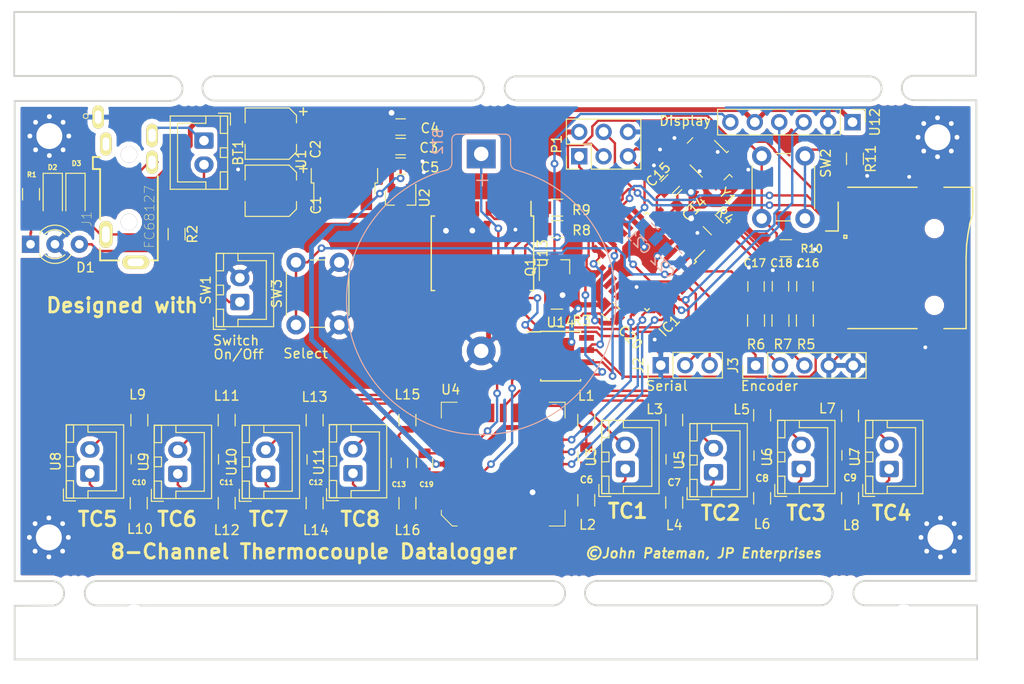
<source format=kicad_pcb>
(kicad_pcb (version 20171130) (host pcbnew "(5.0.2-4-gb601aea34)")
  (title_block (title "8-Channel Thermocouple Logger") (date 2017-09-06) (rev fc8d01) (company "JP Enterprises"))
  (layers (0 F.Cu signal) (31 B.Cu power) (34 B.Paste user) (35 F.Paste user) (36 B.SilkS user hide) (37 F.SilkS user hide) (38 B.Mask user) (39 F.Mask user) (44 Edge.Cuts user))
  (net 0 "")
  (net 1 "Net-(BT2-Pad1)")
  (net 2 GND)
  (net 3 5V0)
  (net 4 "/Thermocouple connectors/SB1")
  (net 5 "/Thermocouple connectors/SA1")
  (net 6 "/Thermocouple connectors/SA2")
  (net 7 "/Thermocouple connectors/SB2")
  (net 8 "/Thermocouple connectors/SB3")
  (net 9 "/Thermocouple connectors/SA3")
  (net 10 "/Thermocouple connectors/SB4")
  (net 11 "/Thermocouple connectors/SA4")
  (net 12 "/Thermocouple connectors/SB5")
  (net 13 "/Thermocouple connectors/SA5")
  (net 14 "/Thermocouple connectors/SB6")
  (net 15 "/Thermocouple connectors/SA6")
  (net 16 "/Thermocouple connectors/SA7")
  (net 17 "/Thermocouple connectors/SB7")
  (net 18 "/Thermocouple connectors/SA8")
  (net 19 "/Thermocouple connectors/SB8")
  (net 20 3V3)
  (net 21 ENC_SW)
  (net 22 ENC_A)
  (net 23 ENC_B/SW1)
  (net 24 DB_MUX)
  (net 25 DA_MUX)
  (net 26 9V0)
  (net 27 MISO)
  (net 28 SCK)
  (net 29 MOSI)
  (net 30 "Net-(D1-Pad3)")
  (net 31 "Net-(D1-Pad1)")
  (net 32 "Net-(L1-Pad2)")
  (net 33 "Net-(L2-Pad1)")
  (net 34 "Net-(L3-Pad2)")
  (net 35 "Net-(L4-Pad1)")
  (net 36 "Net-(L5-Pad2)")
  (net 37 "Net-(L6-Pad1)")
  (net 38 "Net-(L7-Pad2)")
  (net 39 "Net-(L8-Pad1)")
  (net 40 "Net-(L9-Pad2)")
  (net 41 "Net-(L10-Pad1)")
  (net 42 "Net-(L11-Pad2)")
  (net 43 "Net-(L12-Pad1)")
  (net 44 "Net-(L13-Pad2)")
  (net 45 "Net-(L14-Pad1)")
  (net 46 "Net-(L15-Pad2)")
  (net 47 "Net-(L16-Pad1)")
  (net 48 SCL)
  (net 49 SDA)
  (net 50 "Net-(Q1-Pad3)")
  (net 51 "Net-(D2-Pad2)")
  (net 52 "Net-(D3-Pad2)")
  (net 53 SS0)
  (net 54 Tx)
  (net 55 Rx)
  (net 56 B_LIGHT)
  (net 57 SLCT0)
  (net 58 SLCT1)
  (net 59 SLCT2)
  (net 60 "Net-(BT1-Pad2)")
  (net 61 "Net-(BT1-Pad1)")
  (net 62 "Net-(C14-Pad2)")
  (net 63 "Net-(C15-Pad2)")
  (net 64 RESET)
  (net 65 SS1)
  (net 66 "Net-(J3-Pad3)")
  (net 67 "Net-(J3-Pad2)")
  (net 68 "Net-(J3-Pad1)")
  (net 69 "Net-(R11-Pad1)")
  (net 70 "Net-(CON1-Pad8)")
  (net 71 "Net-(CON1-Pad9)")
  (net 72 "Net-(IC1-Pad22)")
  (net 73 "Net-(IC1-Pad20)")
  (net 74 "Net-(IC1-Pad19)")
  (net 75 "Net-(IC1-Pad13)")
  (net 76 "Net-(IC1-Pad11)")
  (net 77 "Net-(IC1-Pad10)")
  (net 78 "Net-(IC1-Pad9)")
  (net 79 "Net-(J1-Pad5)")
  (net 80 "Net-(J1-Pad6)")
  (net 81 "Net-(Q1-Pad1)")
  (net 82 "Net-(U13-Pad3)")
  (net 83 "Net-(U13-Pad1)")
  (module Connector_JST:JST_XH_B02B-XH-A_1x02_P2.50mm_Vertical (layer F.Cu) (at 131.064 104.648 90)
    (fp_text reference U3 (at 1.25 -3.55 90) (layer F.SilkS))
    (fp_text value TC_Connector)
    (pad 2 thru_hole oval (at 2.5 0 90) (size 1.7 2) (drill 1) (layers *.Cu *.Mask) (net 32 "Net-(L1-Pad2)"))
    (pad 1 thru_hole roundrect (at 0 0 90) (size 1.7 2) (drill 1) (layers *.Cu *.Mask) (roundrect_rratio 0.147059) (net 33 "Net-(L2-Pad1)"))
  )
  (module Connector_JST:JST_XH_B02B-XH-A_1x02_P2.50mm_Vertical (layer F.Cu) (at 140.2334 104.9782 90)
    (fp_text reference U5 (at 1.25 -3.55 90) (layer F.SilkS))
    (fp_text value TC_Connector)
    (pad 1 thru_hole roundrect (at 0 0 90) (size 1.7 2) (drill 1) (layers *.Cu *.Mask) (roundrect_rratio 0.147059) (net 35 "Net-(L4-Pad1)"))
    (pad 2 thru_hole oval (at 2.5 0 90) (size 1.7 2) (drill 1) (layers *.Cu *.Mask) (net 34 "Net-(L3-Pad2)"))
  )
  (module Connector_JST:JST_XH_B02B-XH-A_1x02_P2.50mm_Vertical (layer F.Cu) (at 149.352 104.648 90)
    (fp_text reference U6 (at 1.25 -3.55 90) (layer F.SilkS))
    (fp_text value TC_Connector)
    (pad 2 thru_hole oval (at 2.5 0 90) (size 1.7 2) (drill 1) (layers *.Cu *.Mask) (net 36 "Net-(L5-Pad2)"))
    (pad 1 thru_hole roundrect (at 0 0 90) (size 1.7 2) (drill 1) (layers *.Cu *.Mask) (roundrect_rratio 0.147059) (net 37 "Net-(L6-Pad1)"))
  )
  (module Connector_JST:JST_XH_B02B-XH-A_1x02_P2.50mm_Vertical (layer F.Cu) (at 158.496 104.648 90)
    (fp_text reference U7 (at 1.25 -3.55 90) (layer F.SilkS))
    (fp_text value TC_Connector)
    (pad 1 thru_hole roundrect (at 0 0 90) (size 1.7 2) (drill 1) (layers *.Cu *.Mask) (roundrect_rratio 0.147059) (net 39 "Net-(L8-Pad1)"))
    (pad 2 thru_hole oval (at 2.5 0 90) (size 1.7 2) (drill 1) (layers *.Cu *.Mask) (net 38 "Net-(L7-Pad2)"))
  )
  (module Connector_JST:JST_XH_B02B-XH-A_1x02_P2.50mm_Vertical (layer F.Cu) (at 75.3872 105.116 90)
    (fp_text reference U8 (at 1.25 -3.55 90) (layer F.SilkS))
    (fp_text value TC_Connector)
    (pad 2 thru_hole oval (at 2.5 0 90) (size 1.7 2) (drill 1) (layers *.Cu *.Mask) (net 40 "Net-(L9-Pad2)"))
    (pad 1 thru_hole roundrect (at 0 0 90) (size 1.7 2) (drill 1) (layers *.Cu *.Mask) (roundrect_rratio 0.147059) (net 41 "Net-(L10-Pad1)"))
  )
  (module Connector_JST:JST_XH_B02B-XH-A_1x02_P2.50mm_Vertical (layer F.Cu) (at 84.5312 105.156 90)
    (fp_text reference U9 (at 1.25 -3.55 90) (layer F.SilkS))
    (fp_text value TC_Connector)
    (pad 1 thru_hole roundrect (at 0 0 90) (size 1.7 2) (drill 1) (layers *.Cu *.Mask) (roundrect_rratio 0.147059) (net 43 "Net-(L12-Pad1)"))
    (pad 2 thru_hole oval (at 2.5 0 90) (size 1.7 2) (drill 1) (layers *.Cu *.Mask) (net 42 "Net-(L11-Pad2)"))
  )
  (module Connector_JST:JST_XH_B02B-XH-A_1x02_P2.50mm_Vertical (layer F.Cu) (at 93.6752 105.156 90)
    (fp_text reference U10 (at 1.25 -3.55 90) (layer F.SilkS))
    (fp_text value TC_Connector)
    (pad 2 thru_hole oval (at 2.5 0 90) (size 1.7 2) (drill 1) (layers *.Cu *.Mask) (net 44 "Net-(L13-Pad2)"))
    (pad 1 thru_hole roundrect (at 0 0 90) (size 1.7 2) (drill 1) (layers *.Cu *.Mask) (roundrect_rratio 0.147059) (net 45 "Net-(L14-Pad1)"))
  )
  (module Connector_JST:JST_XH_B02B-XH-A_1x02_P2.50mm_Vertical (layer F.Cu) (at 102.743 105.0906 90)
    (fp_text reference U11 (at 1.25 -3.55 90) (layer F.SilkS))
    (fp_text value TC_Connector)
    (pad 1 thru_hole roundrect (at 0 0 90) (size 1.7 2) (drill 1) (layers *.Cu *.Mask) (roundrect_rratio 0.147059) (net 47 "Net-(L16-Pad1)"))
    (pad 2 thru_hole oval (at 2.5 0 90) (size 1.7 2) (drill 1) (layers *.Cu *.Mask) (net 46 "Net-(L15-Pad2)"))
  )
  (module Connector_JST:JST_XH_B02B-XH-A_1x02_P2.50mm_Vertical (layer F.Cu) (at 90.9828 87.2852 90)
    (fp_text reference SW1 (at 1.25 -3.55 90) (layer F.SilkS))
    (fp_text value SW_SPST)
    (pad 2 thru_hole oval (at 2.5 0 90) (size 1.7 2) (drill 1) (layers *.Cu *.Mask) (net 2 GND))
    (pad 1 thru_hole roundrect (at 0 0 90) (size 1.7 2) (drill 1) (layers *.Cu *.Mask) (roundrect_rratio 0.147059) (net 60 "Net-(BT1-Pad2)"))
  )
  (module Connector_JST:JST_XH_B02B-XH-A_1x02_P2.50mm_Vertical (layer F.Cu) (at 87.25 70.5 270)
    (fp_text reference BT1 (at 1.25 -3.55 270) (layer F.SilkS))
    (fp_text value Battery)
    (pad 1 thru_hole roundrect (at 0 0 270) (size 1.7 2) (drill 1) (layers *.Cu *.Mask) (roundrect_rratio 0.147059) (net 61 "Net-(BT1-Pad1)"))
    (pad 2 thru_hole oval (at 2.5 0 270) (size 1.7 2) (drill 1) (layers *.Cu *.Mask) (net 60 "Net-(BT1-Pad2)"))
  )
  (module Connector_PinHeader_2.54mm:PinHeader_1x05_P2.54mm_Vertical (layer F.Cu) (at 144.6022 93.8784 90)
    (fp_text reference J3 (at 0 -2.33 90) (layer F.SilkS))
    (fp_text value CONN_01X05)
    (pad 1 thru_hole rect (at 0 0 90) (size 1.7 1.7) (drill 1) (layers *.Cu *.Mask) (net 68 "Net-(J3-Pad1)"))
    (pad 2 thru_hole oval (at 0 2.54 90) (size 1.7 1.7) (drill 1) (layers *.Cu *.Mask) (net 67 "Net-(J3-Pad2)"))
    (pad 3 thru_hole oval (at 0 5.08 90) (size 1.7 1.7) (drill 1) (layers *.Cu *.Mask) (net 66 "Net-(J3-Pad3)"))
    (pad 4 thru_hole oval (at 0 7.62 90) (size 1.7 1.7) (drill 1) (layers *.Cu *.Mask) (net 2 GND))
    (pad 5 thru_hole oval (at 0 10.16 90) (size 1.7 1.7) (drill 1) (layers *.Cu *.Mask) (net 2 GND))
  )
  (module Connector_PinHeader_2.54mm:PinHeader_2x03_P2.54mm_Vertical (layer F.Cu) (at 126.2634 72.136 90)
    (fp_text reference P1 (at 1.27 -2.33 90) (layer F.SilkS))
    (fp_text value Conn_02x03_Top_Bottom)
    (pad 1 thru_hole rect (at 0 0 90) (size 1.7 1.7) (drill 1) (layers *.Cu *.Mask) (net 27 MISO))
    (pad 2 thru_hole oval (at 2.54 0 90) (size 1.7 1.7) (drill 1) (layers *.Cu *.Mask) (net 20 3V3))
    (pad 3 thru_hole oval (at 0 2.54 90) (size 1.7 1.7) (drill 1) (layers *.Cu *.Mask) (net 28 SCK))
    (pad 4 thru_hole oval (at 2.54 2.54 90) (size 1.7 1.7) (drill 1) (layers *.Cu *.Mask) (net 29 MOSI))
    (pad 5 thru_hole oval (at 0 5.08 90) (size 1.7 1.7) (drill 1) (layers *.Cu *.Mask) (net 64 RESET))
    (pad 6 thru_hole oval (at 2.54 5.08 90) (size 1.7 1.7) (drill 1) (layers *.Cu *.Mask) (net 2 GND))
  )
  (module JP_Connectors:Conn_uSDcard (layer F.Cu) (at 163.195 82.7 90)
    (fp_text reference CON1)
    (fp_text value SD_Card)
    (pad 3 smd rect (at 0 -10.5 90) (size 0.7 1.6) (layers F.Cu F.Paste F.Mask) (net 2 GND))
    (pad "" np_thru_hole circle (at -4.93 0 90) (size 1 1) (drill 1) (layers *.Cu))
    (pad "" np_thru_hole circle (at 3.05 0 90) (size 1 1) (drill 1) (layers *.Cu))
    (pad 2 smd rect (at 1.1 -10.5 90) (size 0.7 1.6) (layers F.Cu F.Paste F.Mask) (net 29 MOSI))
    (pad 1 smd rect (at 2.2 -10.5 90) (size 0.7 1.6) (layers F.Cu F.Paste F.Mask) (net 53 SS0))
    (pad 4 smd rect (at -1.1 -10.5 90) (size 0.7 1.6) (layers F.Cu F.Paste F.Mask) (net 20 3V3))
    (pad 5 smd rect (at -2.2 -10.5 90) (size 0.7 1.6) (layers F.Cu F.Paste F.Mask) (net 28 SCK))
    (pad 6 smd rect (at -3.3 -10.5 90) (size 0.7 1.6) (layers F.Cu F.Paste F.Mask) (net 2 GND))
    (pad 8 smd rect (at -5.5 -10.5 90) (size 0.7 1.6) (layers F.Cu F.Paste F.Mask) (net 70 "Net-(CON1-Pad8)"))
    (pad 7 smd rect (at -4.4 -10.5 90) (size 0.7 1.6) (layers F.Cu F.Paste F.Mask) (net 27 MISO))
    (pad 9 smd rect (at -6.6 -10.5 90) (size 0.7 1.6) (layers F.Cu F.Paste F.Mask) (net 71 "Net-(CON1-Pad9)"))
    (pad 6 smd rect (at -7.75 -10 90) (size 1.2 1.4) (layers F.Cu F.Paste F.Mask) (net 2 GND))
    (pad 6 smd rect (at 6.85 -10 90) (size 1.6 1.4) (layers F.Cu F.Paste F.Mask) (net 2 GND))
    (pad 6 smd rect (at -7.75 -0.4 90) (size 1.2 2.2) (layers F.Cu F.Paste F.Mask) (net 2 GND))
    (pad 6 smd rect (at 7.75 -0.4 90) (size 1.2 2.2) (layers F.Cu F.Paste F.Mask) (net 2 GND))
  )
  (module Package_SO:SOIC-16W_7.5x10.3mm_P1.27mm (layer F.Cu) (at 116.205 82.218 270)
    (fp_text reference U13 (at 0 -6.25 270) (layer F.SilkS))
    (fp_text value DS3231M)
    (pad 1 smd rect (at -4.65 -4.445 270) (size 1.5 0.6) (layers F.Cu F.Paste F.Mask) (net 83 "Net-(U13-Pad1)"))
    (pad 2 smd rect (at -4.65 -3.175 270) (size 1.5 0.6) (layers F.Cu F.Paste F.Mask) (net 20 3V3))
    (pad 3 smd rect (at -4.65 -1.905 270) (size 1.5 0.6) (layers F.Cu F.Paste F.Mask) (net 82 "Net-(U13-Pad3)"))
    (pad 4 smd rect (at -4.65 -0.635 270) (size 1.5 0.6) (layers F.Cu F.Paste F.Mask) (net 64 RESET))
    (pad 5 smd rect (at -4.65 0.635 270) (size 1.5 0.6) (layers F.Cu F.Paste F.Mask) (net 2 GND))
    (pad 6 smd rect (at -4.65 1.905 270) (size 1.5 0.6) (layers F.Cu F.Paste F.Mask) (net 2 GND))
    (pad 7 smd rect (at -4.65 3.175 270) (size 1.5 0.6) (layers F.Cu F.Paste F.Mask) (net 2 GND))
    (pad 8 smd rect (at -4.65 4.445 270) (size 1.5 0.6) (layers F.Cu F.Paste F.Mask) (net 2 GND))
    (pad 9 smd rect (at 4.65 4.445 270) (size 1.5 0.6) (layers F.Cu F.Paste F.Mask) (net 2 GND))
    (pad 10 smd rect (at 4.65 3.175 270) (size 1.5 0.6) (layers F.Cu F.Paste F.Mask) (net 2 GND))
    (pad 11 smd rect (at 4.65 1.905 270) (size 1.5 0.6) (layers F.Cu F.Paste F.Mask) (net 2 GND))
    (pad 12 smd rect (at 4.65 0.635 270) (size 1.5 0.6) (layers F.Cu F.Paste F.Mask) (net 2 GND))
    (pad 13 smd rect (at 4.65 -0.635 270) (size 1.5 0.6) (layers F.Cu F.Paste F.Mask) (net 2 GND))
    (pad 14 smd rect (at 4.65 -1.905 270) (size 1.5 0.6) (layers F.Cu F.Paste F.Mask) (net 1 "Net-(BT2-Pad1)"))
    (pad 15 smd rect (at 4.65 -3.175 270) (size 1.5 0.6) (layers F.Cu F.Paste F.Mask) (net 49 SDA))
    (pad 16 smd rect (at 4.65 -4.445 270) (size 1.5 0.6) (layers F.Cu F.Paste F.Mask) (net 48 SCL))
  )
  (module Package_SO:SOIC-8_3.9x4.9mm_P1.27mm (layer F.Cu) (at 124.333 92.9132)
    (fp_text reference U14 (at 0 -3.5) (layer F.SilkS))
    (fp_text value MAX31855KASA)
    (pad 1 smd rect (at -2.7 -1.905) (size 1.55 0.6) (layers F.Cu F.Paste F.Mask) (net 2 GND))
    (pad 2 smd rect (at -2.7 -0.635) (size 1.55 0.6) (layers F.Cu F.Paste F.Mask) (net 25 DA_MUX))
    (pad 3 smd rect (at -2.7 0.635) (size 1.55 0.6) (layers F.Cu F.Paste F.Mask) (net 24 DB_MUX))
    (pad 4 smd rect (at -2.7 1.905) (size 1.55 0.6) (layers F.Cu F.Paste F.Mask) (net 20 3V3))
    (pad 5 smd rect (at 2.7 1.905) (size 1.55 0.6) (layers F.Cu F.Paste F.Mask) (net 28 SCK))
    (pad 6 smd rect (at 2.7 0.635) (size 1.55 0.6) (layers F.Cu F.Paste F.Mask) (net 65 SS1))
    (pad 7 smd rect (at 2.7 -0.635) (size 1.55 0.6) (layers F.Cu F.Paste F.Mask) (net 27 MISO))
    (pad 8 smd rect (at 2.7 -1.905) (size 1.55 0.6) (layers F.Cu F.Paste F.Mask))
  )
  (module Package_TO_SOT_SMD:SOT-23 (layer F.Cu) (at 123.698 83.65236 90)
    (fp_text reference Q1 (at 0 -2.5 90) (layer F.SilkS))
    (fp_text value MMBT3904LT1G)
    (pad 1 smd rect (at -1 -0.95 90) (size 0.9 0.8) (layers F.Cu F.Paste F.Mask) (net 81 "Net-(Q1-Pad1)"))
    (pad 2 smd rect (at -1 0.95 90) (size 0.9 0.8) (layers F.Cu F.Paste F.Mask) (net 2 GND))
    (pad 3 smd rect (at 1 0 90) (size 0.9 0.8) (layers F.Cu F.Paste F.Mask) (net 50 "Net-(Q1-Pad3)"))
  )
  (module Package_TO_SOT_SMD:TO-252-3_TabPin4 (layer F.Cu) (at 101.854 72.4326 90)
    (fp_text reference U1 (at 0 -4.5 90) (layer F.SilkS))
    (fp_text value LF50_TO252)
    (pad 1 smd rect (at -4.2 -2.28 90) (size 2.2 1.2) (layers F.Cu F.Paste F.Mask) (net 26 9V0))
    (pad 2 smd rect (at -4.2 0 90) (size 2.2 1.2) (layers F.Cu F.Paste F.Mask) (net 2 GND))
    (pad 3 smd rect (at -4.2 2.28 90) (size 2.2 1.2) (layers F.Cu F.Paste F.Mask) (net 3 5V0))
    (pad 4 smd rect (at 2.1 0 90) (size 6.4 5.8) (layers F.Cu F.Mask))
  )
  (module CLIFF_FC68127 (layer F.Cu) (at 79.44866 74.9554)
    (fp_text reference J1 (at -4.38941 3.71373 90) (layer F.SilkS) (effects (font (size 1.00101 1.00101) (thickness 0.05))))
    (fp_text value FC68127 (at 2.13868 3.47472 90) (layer F.SilkS) (effects (font (size 1.00105 1.00105) (thickness 0.05))))
    (pad Hole thru_hole circle (at 0 4) (size 1.7 1.7) (drill 1.7) (layers *.Cu *.Mask))
    (pad Hole thru_hole circle (at 0 -3) (size 1.7 1.7) (drill 1.7) (layers *.Cu *.Mask))
    (pad 5 thru_hole oval (at 0.7 8.2 180) (size 2.8 1.4) (drill oval 1.7 0.8) (layers *.Cu *.Mask F.SilkS) (net 79 "Net-(J1-Pad5)"))
    (pad 3 thru_hole oval (at -2.4 5.3 90) (size 2.8 1.4) (drill oval 1.7 0.8) (layers *.Cu *.Mask F.SilkS) (net 52 "Net-(D3-Pad2)"))
    (pad 2 thru_hole oval (at 2.4 -2.2 90) (size 2.416 1.208) (drill oval 1.4 0.8) (layers *.Cu *.Mask F.SilkS) (net 51 "Net-(D2-Pad2)"))
    (pad 6 thru_hole oval (at -2.4 -4.1 90) (size 2.416 1.208) (drill oval 1.4 0.7) (layers *.Cu *.Mask F.SilkS) (net 80 "Net-(J1-Pad6)"))
    (pad 4 thru_hole oval (at 2.4 -5 90) (size 2.416 1.208) (drill oval 1.4 0.8) (layers *.Cu *.Mask F.SilkS) (net 61 "Net-(BT1-Pad1)"))
    (pad 1 thru_hole oval (at -3.2 -6.9 90) (size 2.416 1.208) (drill oval 1.4 0.7) (layers *.Cu *.Mask F.SilkS) (net 2 GND))
  )
  (module Button_Switch_THT:SW_PUSH_6mm_H4.3mm (layer F.Cu) (at 145.24228 78.59776 90)
    (fp_text reference SW2 (at 5.7531 6.6675 90) (layer F.SilkS))
    (fp_text value SW_PUSH)
    (pad 1 thru_hole circle (at 6.5 0 180) (size 2 2) (drill 1.1) (layers *.Cu *.Mask) (net 64 RESET))
    (pad 2 thru_hole circle (at 6.5 4.5 180) (size 2 2) (drill 1.1) (layers *.Cu *.Mask) (net 69 "Net-(R11-Pad1)"))
    (pad 1 thru_hole circle (at 0 0 180) (size 2 2) (drill 1.1) (layers *.Cu *.Mask) (net 64 RESET))
    (pad 2 thru_hole circle (at 0 4.5 180) (size 2 2) (drill 1.1) (layers *.Cu *.Mask) (net 69 "Net-(R11-Pad1)"))
  )
  (module Button_Switch_THT:SW_PUSH_6mm_H4.3mm (layer F.Cu) (at 96.81972 89.662 90)
    (fp_text reference SW3 (at 3.25 -2 90) (layer F.SilkS))
    (fp_text value SW_PUSH)
    (pad 1 thru_hole circle (at 6.5 0 180) (size 2 2) (drill 1.1) (layers *.Cu *.Mask) (net 23 ENC_B/SW1))
    (pad 2 thru_hole circle (at 6.5 4.5 180) (size 2 2) (drill 1.1) (layers *.Cu *.Mask) (net 2 GND))
    (pad 1 thru_hole circle (at 0 0 180) (size 2 2) (drill 1.1) (layers *.Cu *.Mask) (net 23 ENC_B/SW1))
    (pad 2 thru_hole circle (at 0 4.5 180) (size 2 2) (drill 1.1) (layers *.Cu *.Mask) (net 2 GND))
  )
  (module Resistors_SMD:R_0805 (layer F.Cu) (at 123.97232 79.7052 180)
    (fp_text reference R8 (at -2.54 -0.127 180) (layer F.SilkS))
    (fp_text value 4.7k)
    (pad 2 smd rect (at 0.95 0 180) (size 0.7 1.3) (layers F.Cu F.Paste F.Mask) (net 48 SCL))
    (pad 1 smd rect (at -0.95 0 180) (size 0.7 1.3) (layers F.Cu F.Paste F.Mask) (net 20 3V3))
  )
  (module Diodes_SMD:D_SOD-123 (layer F.Cu) (at 71.5264 76.1492 270)
    (fp_text reference D2 (at -2.8702 0.0254) (layer F.SilkS) (effects (font (size 0.5 0.5) (thickness 0.125))))
    (fp_text value 1N4448W-7-F)
    (pad 2 smd rect (at 1.65 0 270) (size 0.9 1.2) (layers F.Cu F.Paste F.Mask) (net 51 "Net-(D2-Pad2)"))
    (pad 1 smd rect (at -1.65 0 270) (size 0.9 1.2) (layers F.Cu F.Paste F.Mask) (net 26 9V0))
  )
  (module Capacitors_SMD:CP_Elec_5x5.3 (layer F.Cu) (at 94.2 69.75 180)
    (fp_text reference C2 (at -4.658 -1.651 270) (layer F.SilkS))
    (fp_text value 100uF)
    (fp_text user + (at -3.38 2.34 180) (layer F.SilkS))
    (pad 2 smd rect (at 2.2 0) (size 3 1.6) (layers F.Cu F.Paste F.Mask) (net 2 GND))
    (pad 1 smd rect (at -2.2 0) (size 3 1.6) (layers F.Cu F.Paste F.Mask) (net 26 9V0))
  )
  (module MountingHole:MountingHole_2.7mm_M2.5_Pad_Via (layer F.Cu) (at 71.1708 70.0278)
    (fp_text reference MK1 hide)
    (fp_text value Mounting_Hole)
    (pad 1 thru_hole circle (at 1.431891 -1.431891) (size 0.8 0.8) (drill 0.5) (layers *.Cu *.Mask) (net 2 GND))
    (pad 1 thru_hole circle (at 0 -2.025) (size 0.8 0.8) (drill 0.5) (layers *.Cu *.Mask) (net 2 GND))
    (pad 1 thru_hole circle (at -1.431891 -1.431891) (size 0.8 0.8) (drill 0.5) (layers *.Cu *.Mask) (net 2 GND))
    (pad 1 thru_hole circle (at -2.025 0) (size 0.8 0.8) (drill 0.5) (layers *.Cu *.Mask) (net 2 GND))
    (pad 1 thru_hole circle (at -1.431891 1.431891) (size 0.8 0.8) (drill 0.5) (layers *.Cu *.Mask) (net 2 GND))
    (pad 1 thru_hole circle (at 0 2.025) (size 0.8 0.8) (drill 0.5) (layers *.Cu *.Mask) (net 2 GND))
    (pad 1 thru_hole circle (at 1.431891 1.431891) (size 0.8 0.8) (drill 0.5) (layers *.Cu *.Mask) (net 2 GND))
    (pad 1 thru_hole circle (at 2.025 0) (size 0.8 0.8) (drill 0.5) (layers *.Cu *.Mask) (net 2 GND))
    (pad 1 thru_hole circle (at 0 0) (size 5.4 5.4) (drill 2.7) (layers *.Cu *.Mask) (net 2 GND))
  )
  (module MountingHole:MountingHole_2.7mm_M2.5_Pad_Via (layer F.Cu) (at 163.5252 70.1548)
    (fp_text reference MK2 hide)
    (fp_text value Mounting_Hole)
    (pad 1 thru_hole circle (at 1.431891 -1.431891) (size 0.8 0.8) (drill 0.5) (layers *.Cu *.Mask) (net 2 GND))
    (pad 1 thru_hole circle (at 0 -2.025) (size 0.8 0.8) (drill 0.5) (layers *.Cu *.Mask) (net 2 GND))
    (pad 1 thru_hole circle (at -1.431891 -1.431891) (size 0.8 0.8) (drill 0.5) (layers *.Cu *.Mask) (net 2 GND))
    (pad 1 thru_hole circle (at -2.025 0) (size 0.8 0.8) (drill 0.5) (layers *.Cu *.Mask) (net 2 GND))
    (pad 1 thru_hole circle (at -1.431891 1.431891) (size 0.8 0.8) (drill 0.5) (layers *.Cu *.Mask) (net 2 GND))
    (pad 1 thru_hole circle (at 0 2.025) (size 0.8 0.8) (drill 0.5) (layers *.Cu *.Mask) (net 2 GND))
    (pad 1 thru_hole circle (at 1.431891 1.431891) (size 0.8 0.8) (drill 0.5) (layers *.Cu *.Mask) (net 2 GND))
    (pad 1 thru_hole circle (at 2.025 0) (size 0.8 0.8) (drill 0.5) (layers *.Cu *.Mask) (net 2 GND))
    (pad 1 thru_hole circle (at 0 0) (size 5.4 5.4) (drill 2.7) (layers *.Cu *.Mask) (net 2 GND))
  )
  (module MountingHole:MountingHole_2.7mm_M2.5_Pad_Via (layer B.Cu) (at 71.12 111.76)
    (fp_text reference MK3 hide)
    (fp_text value Mounting_Hole)
    (pad 1 thru_hole circle (at 1.431891 1.431891) (size 0.8 0.8) (drill 0.5) (layers *.Cu *.Mask) (net 2 GND))
    (pad 1 thru_hole circle (at 0 2.025) (size 0.8 0.8) (drill 0.5) (layers *.Cu *.Mask) (net 2 GND))
    (pad 1 thru_hole circle (at -1.431891 1.431891) (size 0.8 0.8) (drill 0.5) (layers *.Cu *.Mask) (net 2 GND))
    (pad 1 thru_hole circle (at -2.025 0) (size 0.8 0.8) (drill 0.5) (layers *.Cu *.Mask) (net 2 GND))
    (pad 1 thru_hole circle (at -1.431891 -1.431891) (size 0.8 0.8) (drill 0.5) (layers *.Cu *.Mask) (net 2 GND))
    (pad 1 thru_hole circle (at 0 -2.025) (size 0.8 0.8) (drill 0.5) (layers *.Cu *.Mask) (net 2 GND))
    (pad 1 thru_hole circle (at 1.431891 -1.431891) (size 0.8 0.8) (drill 0.5) (layers *.Cu *.Mask) (net 2 GND))
    (pad 1 thru_hole circle (at 2.025 0) (size 0.8 0.8) (drill 0.5) (layers *.Cu *.Mask) (net 2 GND))
    (pad 1 thru_hole circle (at 0 0) (size 5.4 5.4) (drill 2.7) (layers *.Cu *.Mask) (net 2 GND))
  )
  (module MountingHole:MountingHole_2.7mm_M2.5_Pad_Via (layer B.Cu) (at 163.83 111.76)
    (fp_text reference MK4 hide)
    (fp_text value Mounting_Hole)
    (pad 1 thru_hole circle (at 1.431891 1.431891) (size 0.8 0.8) (drill 0.5) (layers *.Cu *.Mask) (net 2 GND))
    (pad 1 thru_hole circle (at 0 2.025) (size 0.8 0.8) (drill 0.5) (layers *.Cu *.Mask) (net 2 GND))
    (pad 1 thru_hole circle (at -1.431891 1.431891) (size 0.8 0.8) (drill 0.5) (layers *.Cu *.Mask) (net 2 GND))
    (pad 1 thru_hole circle (at -2.025 0) (size 0.8 0.8) (drill 0.5) (layers *.Cu *.Mask) (net 2 GND))
    (pad 1 thru_hole circle (at -1.431891 -1.431891) (size 0.8 0.8) (drill 0.5) (layers *.Cu *.Mask) (net 2 GND))
    (pad 1 thru_hole circle (at 0 -2.025) (size 0.8 0.8) (drill 0.5) (layers *.Cu *.Mask) (net 2 GND))
    (pad 1 thru_hole circle (at 1.431891 -1.431891) (size 0.8 0.8) (drill 0.5) (layers *.Cu *.Mask) (net 2 GND))
    (pad 1 thru_hole circle (at 2.025 0) (size 0.8 0.8) (drill 0.5) (layers *.Cu *.Mask) (net 2 GND))
    (pad 1 thru_hole circle (at 0 0) (size 5.4 5.4) (drill 2.7) (layers *.Cu *.Mask) (net 2 GND))
  )
  (module Crystals:Crystal_SMD_Abracon_ABM3B-4pin_5.0x3.2mm (layer F.Cu) (at 139.7 72.39 135)
    (fp_text reference Y1 (at -4.179411 -1.34165 135) (layer F.SilkS))
    (fp_text value Crystal_8MHz)
    (pad 4 smd rect (at -2 -1.200001 135) (size 1.8 1.2) (layers F.Cu F.Paste F.Mask) (net 2 GND))
    (pad 3 smd rect (at 2 -1.200001 135) (size 1.8 1.2) (layers F.Cu F.Paste F.Mask) (net 63 "Net-(C15-Pad2)"))
    (pad 2 smd rect (at 2 1.200001 135) (size 1.8 1.2) (layers F.Cu F.Paste F.Mask) (net 2 GND))
    (pad 1 smd rect (at -2 1.200001 135) (size 1.8 1.2) (layers F.Cu F.Paste F.Mask) (net 62 "Net-(C14-Pad2)"))
  )
  (module Capacitors_SMD:CP_Elec_5x5.3 (layer F.Cu) (at 94.2 75.692 180)
    (fp_text reference C1 (at -4.699 -1.524 270) (layer F.SilkS))
    (fp_text value 100uF)
    (fp_text user + (at -3.38 2.34 180) (layer F.SilkS))
    (pad 1 smd rect (at -2.2 0) (size 3 1.6) (layers F.Cu F.Paste F.Mask) (net 26 9V0))
    (pad 2 smd rect (at 2.2 0) (size 3 1.6) (layers F.Cu F.Paste F.Mask) (net 2 GND))
  )
  (module LEDs:LED_D3.0mm-3 (layer F.Cu) (at 69.215 81.28)
    (fp_text reference D1 (at 5.715 2.413) (layer F.SilkS))
    (fp_text value LED_Dual_ACA)
    (pad 3 thru_hole circle (at 5.08 0) (size 1.8 1.8) (drill 0.9) (layers *.Cu *.Mask) (net 30 "Net-(D1-Pad3)"))
    (pad 2 thru_hole circle (at 2.54 0) (size 1.8 1.8) (drill 0.9) (layers *.Cu *.Mask) (net 2 GND))
    (pad 1 thru_hole rect (at 0 0) (size 1.8 1.8) (drill 0.9) (layers *.Cu *.Mask) (net 31 "Net-(D1-Pad1)"))
  )
  (module Alignment_Fixtures:Alignment_Hole_2.5mm (layer F.Cu) (at 80 60)
    (fp_text reference FD2 hide)
    (fp_text value Alignment_Hole_2.5mm)
    (pad "" np_thru_hole circle (at 0 0) (size 2.5 2.5) (drill 2.5) (layers *.Cu *.Paste *.Mask))
  )
  (module Alignment_Fixtures:Alignment_Hole_2.5mm (layer F.Cu) (at 150 60)
    (fp_text reference FD1 hide)
    (fp_text value Alignment_Hole_2.5mm)
    (pad "" np_thru_hole circle (at 0 0) (size 2.5 2.5) (drill 2.5) (layers *.Cu *.Paste *.Mask))
  )
  (module Alignment_Fixtures:Alignment_Hole_2.5mm (layer F.Cu) (at 80 120)
    (fp_text reference FD3 hide)
    (fp_text value Alignment_Hole_2.5mm)
    (pad "" np_thru_hole circle (at 0 0) (size 2.5 2.5) (drill 2.5) (layers *.Cu *.Paste *.Mask))
  )
  (module Alignment_Fixtures:Alignment_Hole_2.5mm (layer F.Cu) (at 160 120)
    (fp_text reference FD4 hide)
    (fp_text value Alignment_Hole_2.5mm)
    (pad "" np_thru_hole circle (at 0 0) (size 2.5 2.5) (drill 2.5) (layers *.Cu *.Paste *.Mask))
  )
  (module Housings_QFP:TQFP-32_7x7mm_Pitch0.8mm (layer F.Cu) (at 133.316973 83.076363 225)
    (fp_text reference IC1 (at 3.083403 -6.377371 225) (layer F.SilkS))
    (fp_text value ATMEGA328-P)
    (pad 32 smd rect (at -2.8 -4.25 315) (size 1.6 0.55) (layers F.Cu F.Paste F.Mask) (net 22 ENC_A))
    (pad 31 smd rect (at -2 -4.25 315) (size 1.6 0.55) (layers F.Cu F.Paste F.Mask) (net 54 Tx))
    (pad 30 smd rect (at -1.2 -4.25 315) (size 1.6 0.55) (layers F.Cu F.Paste F.Mask) (net 55 Rx))
    (pad 29 smd rect (at -0.4 -4.25 315) (size 1.6 0.55) (layers F.Cu F.Paste F.Mask) (net 64 RESET))
    (pad 28 smd rect (at 0.4 -4.25 315) (size 1.6 0.55) (layers F.Cu F.Paste F.Mask) (net 48 SCL))
    (pad 27 smd rect (at 1.2 -4.25 315) (size 1.6 0.55) (layers F.Cu F.Paste F.Mask) (net 49 SDA))
    (pad 26 smd rect (at 2 -4.25 315) (size 1.6 0.55) (layers F.Cu F.Paste F.Mask) (net 59 SLCT2))
    (pad 25 smd rect (at 2.8 -4.25 315) (size 1.6 0.55) (layers F.Cu F.Paste F.Mask) (net 58 SLCT1))
    (pad 24 smd rect (at 4.25 -2.8 225) (size 1.6 0.55) (layers F.Cu F.Paste F.Mask) (net 57 SLCT0))
    (pad 23 smd rect (at 4.25 -2 225) (size 1.6 0.55) (layers F.Cu F.Paste F.Mask) (net 56 B_LIGHT))
    (pad 22 smd rect (at 4.25 -1.2 225) (size 1.6 0.55) (layers F.Cu F.Paste F.Mask) (net 72 "Net-(IC1-Pad22)"))
    (pad 21 smd rect (at 4.25 -0.4 225) (size 1.6 0.55) (layers F.Cu F.Paste F.Mask) (net 2 GND))
    (pad 20 smd rect (at 4.25 0.4 225) (size 1.6 0.55) (layers F.Cu F.Paste F.Mask) (net 73 "Net-(IC1-Pad20)"))
    (pad 19 smd rect (at 4.25 1.2 225) (size 1.6 0.55) (layers F.Cu F.Paste F.Mask) (net 74 "Net-(IC1-Pad19)"))
    (pad 18 smd rect (at 4.25 2 225) (size 1.6 0.55) (layers F.Cu F.Paste F.Mask) (net 20 3V3))
    (pad 17 smd rect (at 4.25 2.8 225) (size 1.6 0.55) (layers F.Cu F.Paste F.Mask) (net 28 SCK))
    (pad 16 smd rect (at 2.8 4.25 315) (size 1.6 0.55) (layers F.Cu F.Paste F.Mask) (net 27 MISO))
    (pad 15 smd rect (at 2 4.25 315) (size 1.6 0.55) (layers F.Cu F.Paste F.Mask) (net 29 MOSI))
    (pad 14 smd rect (at 1.2 4.25 315) (size 1.6 0.55) (layers F.Cu F.Paste F.Mask) (net 65 SS1))
    (pad 13 smd rect (at 0.4 4.25 315) (size 1.6 0.55) (layers F.Cu F.Paste F.Mask) (net 75 "Net-(IC1-Pad13)"))
    (pad 12 smd rect (at -0.4 4.25 315) (size 1.6 0.55) (layers F.Cu F.Paste F.Mask) (net 53 SS0))
    (pad 11 smd rect (at -1.2 4.25 315) (size 1.6 0.55) (layers F.Cu F.Paste F.Mask) (net 76 "Net-(IC1-Pad11)"))
    (pad 10 smd rect (at -2 4.25 315) (size 1.6 0.55) (layers F.Cu F.Paste F.Mask) (net 77 "Net-(IC1-Pad10)"))
    (pad 9 smd rect (at -2.8 4.25 315) (size 1.6 0.55) (layers F.Cu F.Paste F.Mask) (net 78 "Net-(IC1-Pad9)"))
    (pad 8 smd rect (at -4.25 2.8 225) (size 1.6 0.55) (layers F.Cu F.Paste F.Mask) (net 63 "Net-(C15-Pad2)"))
    (pad 7 smd rect (at -4.25 2 225) (size 1.6 0.55) (layers F.Cu F.Paste F.Mask) (net 62 "Net-(C14-Pad2)"))
    (pad 6 smd rect (at -4.25 1.2 225) (size 1.6 0.55) (layers F.Cu F.Paste F.Mask) (net 20 3V3))
    (pad 5 smd rect (at -4.25 0.4 225) (size 1.6 0.55) (layers F.Cu F.Paste F.Mask) (net 2 GND))
    (pad 4 smd rect (at -4.25 -0.4 225) (size 1.6 0.55) (layers F.Cu F.Paste F.Mask) (net 20 3V3))
    (pad 3 smd rect (at -4.25 -1.2 225) (size 1.6 0.55) (layers F.Cu F.Paste F.Mask) (net 2 GND))
    (pad 2 smd rect (at -4.25 -2 225) (size 1.6 0.55) (layers F.Cu F.Paste F.Mask) (net 21 ENC_SW))
    (pad 1 smd rect (at -4.25 -2.8 225) (size 1.6 0.55) (layers F.Cu F.Paste F.Mask) (net 23 ENC_B/SW1))
  )
  (module Battery_Holders:Keystone_106_1x20mm-CoinCell (layer B.Cu) (at 116.078 71.882 270)
    (fp_text reference BT2 (at -1.25 4.5 270) (layer B.SilkS) (effects (justify mirror)))
    (fp_text value "3V [CR2032]")
    (fp_text user + (at 2.75 0 270) (layer B.SilkS) (effects (font (size 1.5 1.5)) (justify mirror)))
    (pad 1 thru_hole rect (at 0 0 270) (size 3 3) (drill 1.5) (layers *.Cu *.Mask) (net 1 "Net-(BT2-Pad1)"))
    (pad 2 thru_hole circle (at 20.49 0 270) (size 3 3) (drill 1.5) (layers *.Cu *.Mask) (net 2 GND))
  )
  (module Capacitors_SMD:C_0805 (layer F.Cu) (at 137.177773 76.548563 225)
    (fp_text reference C14 (at 0 -1.5 225) (layer F.SilkS))
    (fp_text value 10nF)
    (pad 1 smd rect (at -1 0 225) (size 1 1.25) (layers F.Cu F.Paste F.Mask) (net 2 GND))
    (pad 2 smd rect (at 1 0 225) (size 1 1.25) (layers F.Cu F.Paste F.Mask) (net 62 "Net-(C14-Pad2)"))
  )
  (module Capacitors_SMD:C_0805 (layer F.Cu) (at 135.729973 74.999163 225)
    (fp_text reference C15 (at 0.197148 1.552196 225) (layer F.SilkS))
    (fp_text value 10nF)
    (pad 2 smd rect (at 1 0 225) (size 1 1.25) (layers F.Cu F.Paste F.Mask) (net 63 "Net-(C15-Pad2)"))
    (pad 1 smd rect (at -1 0 225) (size 1 1.25) (layers F.Cu F.Paste F.Mask) (net 2 GND))
  )
  (module Capacitors_SMD:C_0805 (layer F.Cu) (at 149.733 85.6488 90)
    (fp_text reference C16 (at 2.413 0.3302 180) (layer F.SilkS) (effects (font (size 0.8 0.8))))
    (fp_text value 100nF)
    (pad 2 smd rect (at 1 0 90) (size 1 1.25) (layers F.Cu F.Paste F.Mask) (net 2 GND))
    (pad 1 smd rect (at -1 0 90) (size 1 1.25) (layers F.Cu F.Paste F.Mask) (net 21 ENC_SW))
  )
  (module Capacitors_SMD:C_0805 (layer F.Cu) (at 144.653 85.6648 90)
    (fp_text reference C17 (at 2.429 -0.127 180) (layer F.SilkS) (effects (font (size 0.8 0.8))))
    (fp_text value 100nF)
    (pad 1 smd rect (at -1 0 90) (size 1 1.25) (layers F.Cu F.Paste F.Mask) (net 22 ENC_A))
    (pad 2 smd rect (at 1 0 90) (size 1 1.25) (layers F.Cu F.Paste F.Mask) (net 2 GND))
  )
  (module Resistors_SMD:R_0805 (layer F.Cu) (at 149.733 89.2048 90)
    (fp_text reference R5 (at -2.4892 0.127 180) (layer F.SilkS))
    (fp_text value 22k)
    (pad 2 smd rect (at 0.95 0 90) (size 0.7 1.3) (layers F.Cu F.Paste F.Mask) (net 21 ENC_SW))
    (pad 1 smd rect (at -0.95 0 90) (size 0.7 1.3) (layers F.Cu F.Paste F.Mask) (net 68 "Net-(J3-Pad1)"))
  )
  (module Resistors_SMD:R_0805 (layer F.Cu) (at 144.653 89.2048 90)
    (fp_text reference R6 (at -2.4892 0 180) (layer F.SilkS))
    (fp_text value 22k)
    (pad 1 smd rect (at -0.95 0 90) (size 0.7 1.3) (layers F.Cu F.Paste F.Mask) (net 67 "Net-(J3-Pad2)"))
    (pad 2 smd rect (at 0.95 0 90) (size 0.7 1.3) (layers F.Cu F.Paste F.Mask) (net 22 ENC_A))
  )
  (module Resistors_SMD:R_0805 (layer F.Cu) (at 147.193 89.2048 90)
    (fp_text reference R7 (at -2.4892 0.254 180) (layer F.SilkS))
    (fp_text value 22k)
    (pad 1 smd rect (at -0.95 0 90) (size 0.7 1.3) (layers F.Cu F.Paste F.Mask) (net 66 "Net-(J3-Pad3)"))
    (pad 2 smd rect (at 0.95 0 90) (size 0.7 1.3) (layers F.Cu F.Paste F.Mask) (net 23 ENC_B/SW1))
  )
  (module Capacitors_SMD:C_0805 (layer F.Cu) (at 147.193 85.6488 90)
    (fp_text reference C18 (at 2.413 0.1016 180) (layer F.SilkS) (effects (font (size 0.8 0.8))))
    (fp_text value 100nF)
    (pad 2 smd rect (at 1 0 90) (size 1 1.25) (layers F.Cu F.Paste F.Mask) (net 2 GND))
    (pad 1 smd rect (at -1 0 90) (size 1 1.25) (layers F.Cu F.Paste F.Mask) (net 23 ENC_B/SW1))
  )
  (module Inductors_SMD:L_0805 (layer F.Cu) (at 127 107.8992 90)
    (fp_text reference L2 (at -2.54 0.127 180) (layer F.SilkS))
    (fp_text value "100 Ohms 10MHz")
    (pad 2 smd rect (at 0.95 0 90) (size 0.7 1.3) (layers F.Cu F.Paste F.Mask) (net 4 "/Thermocouple connectors/SB1"))
    (pad 1 smd rect (at -0.95 0 90) (size 0.7 1.3) (layers F.Cu F.Paste F.Mask) (net 33 "Net-(L2-Pad1)"))
  )
  (module Inductors_SMD:L_0805 (layer F.Cu) (at 98.7552 108.204 90)
    (fp_text reference L14 (at -2.794 0.127 180) (layer F.SilkS))
    (fp_text value "100 Ohms 10MHz")
    (pad 1 smd rect (at -0.95 0 90) (size 0.7 1.3) (layers F.Cu F.Paste F.Mask) (net 45 "Net-(L14-Pad1)"))
    (pad 2 smd rect (at 0.95 0 90) (size 0.7 1.3) (layers F.Cu F.Paste F.Mask) (net 17 "/Thermocouple connectors/SB7"))
  )
  (module Housings_LCC:PLCC-28 (layer F.Cu) (at 118.364 104.14 90)
    (fp_text reference U4 (at 7.747 -5.461 180) (layer F.SilkS))
    (fp_text value ADG407BPZ)
    (pad 25 smd rect (at 5.3225 -3.81 90) (size 1.925 0.7) (layers F.Cu F.Paste F.Mask) (net 16 "/Thermocouple connectors/SA7"))
    (pad 24 smd rect (at 5.3225 -2.54 90) (size 1.925 0.7) (layers F.Cu F.Paste F.Mask) (net 15 "/Thermocouple connectors/SA6"))
    (pad 23 smd rect (at 5.3225 -1.27 90) (size 1.925 0.7) (layers F.Cu F.Paste F.Mask) (net 13 "/Thermocouple connectors/SA5"))
    (pad 22 smd rect (at 5.3225 0 90) (size 1.925 0.7) (layers F.Cu F.Paste F.Mask) (net 11 "/Thermocouple connectors/SA4"))
    (pad 21 smd rect (at 5.3225 1.27 90) (size 1.925 0.7) (layers F.Cu F.Paste F.Mask) (net 9 "/Thermocouple connectors/SA3"))
    (pad 20 smd rect (at 5.3225 2.54 90) (size 1.925 0.7) (layers F.Cu F.Paste F.Mask) (net 6 "/Thermocouple connectors/SA2"))
    (pad 19 smd rect (at 5.3225 3.81 90) (size 1.925 0.7) (layers F.Cu F.Paste F.Mask) (net 5 "/Thermocouple connectors/SA1"))
    (pad 18 smd rect (at 3.81 5.3225 90) (size 0.7 1.925) (layers F.Cu F.Paste F.Mask) (net 3 5V0))
    (pad 17 smd rect (at 2.54 5.3225 90) (size 0.7 1.925) (layers F.Cu F.Paste F.Mask) (net 57 SLCT0))
    (pad 16 smd rect (at 1.27 5.3225 90) (size 0.7 1.925) (layers F.Cu F.Paste F.Mask) (net 58 SLCT1))
    (pad 15 smd rect (at 0 5.3225 90) (size 0.7 1.925) (layers F.Cu F.Paste F.Mask) (net 59 SLCT2))
    (pad 14 smd rect (at -1.27 5.3225 90) (size 0.7 1.925) (layers F.Cu F.Paste F.Mask))
    (pad 13 smd rect (at -2.54 5.3225 90) (size 0.7 1.925) (layers F.Cu F.Paste F.Mask))
    (pad 12 smd rect (at -3.81 5.3225 90) (size 0.7 1.925) (layers F.Cu F.Paste F.Mask) (net 2 GND))
    (pad 11 smd rect (at -5.3225 3.81 90) (size 1.925 0.7) (layers F.Cu F.Paste F.Mask) (net 4 "/Thermocouple connectors/SB1"))
    (pad 10 smd rect (at -5.3225 2.54 90) (size 1.925 0.7) (layers F.Cu F.Paste F.Mask) (net 7 "/Thermocouple connectors/SB2"))
    (pad 9 smd rect (at -5.3225 1.27 90) (size 1.925 0.7) (layers F.Cu F.Paste F.Mask) (net 8 "/Thermocouple connectors/SB3"))
    (pad 8 smd rect (at -5.3225 0 90) (size 1.925 0.7) (layers F.Cu F.Paste F.Mask) (net 10 "/Thermocouple connectors/SB4"))
    (pad 7 smd rect (at -5.3225 -1.27 90) (size 1.925 0.7) (layers F.Cu F.Paste F.Mask) (net 12 "/Thermocouple connectors/SB5"))
    (pad 6 smd rect (at -5.3225 -2.54 90) (size 1.925 0.7) (layers F.Cu F.Paste F.Mask) (net 14 "/Thermocouple connectors/SB6"))
    (pad 5 smd rect (at -5.3225 -3.81 90) (size 1.925 0.7) (layers F.Cu F.Paste F.Mask) (net 17 "/Thermocouple connectors/SB7"))
    (pad 26 smd rect (at 3.81 -5.3225 90) (size 0.7 1.925) (layers F.Cu F.Paste F.Mask) (net 18 "/Thermocouple connectors/SA8"))
    (pad 27 smd rect (at 2.54 -5.3225 90) (size 0.7 1.925) (layers F.Cu F.Paste F.Mask))
    (pad 28 smd rect (at 1.27 -5.3225 90) (size 0.7 1.925) (layers F.Cu F.Paste F.Mask) (net 25 DA_MUX))
    (pad 4 smd rect (at -3.81 -5.3225 90) (size 0.7 1.925) (layers F.Cu F.Paste F.Mask) (net 19 "/Thermocouple connectors/SB8"))
    (pad 3 smd rect (at -2.54 -5.3225 90) (size 0.7 1.925) (layers F.Cu F.Paste F.Mask))
    (pad 2 smd rect (at -1.27 -5.3225 90) (size 0.7 1.925) (layers F.Cu F.Paste F.Mask) (net 24 DB_MUX))
    (pad 1 smd rect (at 0 -5.3225 90) (size 0.7 1.925) (layers F.Cu F.Paste F.Mask) (net 3 5V0))
  )
  (module Inductors_SMD:L_0805 (layer F.Cu) (at 136.144 99.552 90)
    (fp_text reference L3 (at 1.127 -2.032 180) (layer F.SilkS))
    (fp_text value "100 Ohms 10MHz")
    (pad 1 smd rect (at -0.95 0 90) (size 0.7 1.3) (layers F.Cu F.Paste F.Mask) (net 6 "/Thermocouple connectors/SA2"))
    (pad 2 smd rect (at 0.95 0 90) (size 0.7 1.3) (layers F.Cu F.Paste F.Mask) (net 34 "Net-(L3-Pad2)"))
  )
  (module Capacitors_SMD:C_0805 (layer F.Cu) (at 107.696 71.12 180)
    (fp_text reference C3 (at -2.921 -0.127 180) (layer F.SilkS))
    (fp_text value 100nF)
    (pad 2 smd rect (at 1 0 180) (size 1 1.25) (layers F.Cu F.Paste F.Mask) (net 2 GND))
    (pad 1 smd rect (at -1 0 180) (size 1 1.25) (layers F.Cu F.Paste F.Mask) (net 3 5V0))
  )
  (module Capacitors_SMD:C_0805 (layer F.Cu) (at 107.696 69.088 180)
    (fp_text reference C4 (at -3.048 -0.127 180) (layer F.SilkS))
    (fp_text value 10uF)
    (pad 1 smd rect (at -1 0 180) (size 1 1.25) (layers F.Cu F.Paste F.Mask) (net 3 5V0))
    (pad 2 smd rect (at 1 0 180) (size 1 1.25) (layers F.Cu F.Paste F.Mask) (net 2 GND))
  )
  (module Capacitors_SMD:C_0805 (layer F.Cu) (at 107.696 73.152)
    (fp_text reference C5 (at 3.048 0.127) (layer F.SilkS))
    (fp_text value 1uF)
    (pad 2 smd rect (at 1 0) (size 1 1.25) (layers F.Cu F.Paste F.Mask) (net 2 GND))
    (pad 1 smd rect (at -1 0) (size 1 1.25) (layers F.Cu F.Paste F.Mask) (net 20 3V3))
  )
  (module Capacitors_SMD:C_0805 (layer F.Cu) (at 127 103.378 270)
    (fp_text reference C6 (at 2.3876 -0.0254 180) (layer F.SilkS) (effects (font (size 0.7 0.7))))
    (fp_text value 10nF)
    (pad 2 smd rect (at 1 0 270) (size 1 1.25) (layers F.Cu F.Paste F.Mask) (net 4 "/Thermocouple connectors/SB1"))
    (pad 1 smd rect (at -1 0 270) (size 1 1.25) (layers F.Cu F.Paste F.Mask) (net 5 "/Thermocouple connectors/SA1"))
  )
  (module Capacitors_SMD:C_0805 (layer F.Cu) (at 136.144 103.648 270)
    (fp_text reference C7 (at 2.397 0 180) (layer F.SilkS) (effects (font (size 0.7 0.7))))
    (fp_text value 10nF)
    (pad 2 smd rect (at 1 0 270) (size 1 1.25) (layers F.Cu F.Paste F.Mask) (net 7 "/Thermocouple connectors/SB2"))
    (pad 1 smd rect (at -1 0 270) (size 1 1.25) (layers F.Cu F.Paste F.Mask) (net 6 "/Thermocouple connectors/SA2"))
  )
  (module Capacitors_SMD:C_0805 (layer F.Cu) (at 145.288 103.251 270)
    (fp_text reference C8 (at 2.3622 0 180) (layer F.SilkS) (effects (font (size 0.7 0.7))))
    (fp_text value 10nF)
    (pad 2 smd rect (at 1 0 270) (size 1 1.25) (layers F.Cu F.Paste F.Mask) (net 8 "/Thermocouple connectors/SB3"))
    (pad 1 smd rect (at -1 0 270) (size 1 1.25) (layers F.Cu F.Paste F.Mask) (net 9 "/Thermocouple connectors/SA3"))
  )
  (module Capacitors_SMD:C_0805 (layer F.Cu) (at 154.432 103.2256 270)
    (fp_text reference C9 (at 2.3368 0) (layer F.SilkS) (effects (font (size 0.7 0.7))))
    (fp_text value 10nF)
    (pad 1 smd rect (at -1 0 270) (size 1 1.25) (layers F.Cu F.Paste F.Mask) (net 11 "/Thermocouple connectors/SA4"))
    (pad 2 smd rect (at 1 0 270) (size 1 1.25) (layers F.Cu F.Paste F.Mask) (net 10 "/Thermocouple connectors/SB4"))
  )
  (module Capacitors_SMD:C_0805 (layer F.Cu) (at 80.530428 103.632 270)
    (fp_text reference C10 (at 2.413 0.037828 180) (layer F.SilkS) (effects (font (size 0.5 0.5) (thickness 0.125))))
    (fp_text value 10nF)
    (pad 1 smd rect (at -1 0 270) (size 1 1.25) (layers F.Cu F.Paste F.Mask) (net 13 "/Thermocouple connectors/SA5"))
    (pad 2 smd rect (at 1 0 270) (size 1 1.25) (layers F.Cu F.Paste F.Mask) (net 12 "/Thermocouple connectors/SB5"))
  )
  (module Capacitors_SMD:C_0805 (layer F.Cu) (at 89.6112 103.632 270)
    (fp_text reference C11 (at 2.413 0.0254 180) (layer F.SilkS) (effects (font (size 0.5 0.5) (thickness 0.125))))
    (fp_text value 10nF)
    (pad 1 smd rect (at -1 0 270) (size 1 1.25) (layers F.Cu F.Paste F.Mask) (net 15 "/Thermocouple connectors/SA6"))
    (pad 2 smd rect (at 1 0 270) (size 1 1.25) (layers F.Cu F.Paste F.Mask) (net 14 "/Thermocouple connectors/SB6"))
  )
  (module Capacitors_SMD:C_0805 (layer F.Cu) (at 98.818428 103.65928 270)
    (fp_text reference C12 (at 2.38572 -0.063772 180) (layer F.SilkS) (effects (font (size 0.5 0.5) (thickness 0.125))))
    (fp_text value 10nF)
    (pad 2 smd rect (at 1 0 270) (size 1 1.25) (layers F.Cu F.Paste F.Mask) (net 17 "/Thermocouple connectors/SB7"))
    (pad 1 smd rect (at -1 0 270) (size 1 1.25) (layers F.Cu F.Paste F.Mask) (net 16 "/Thermocouple connectors/SA7"))
  )
  (module Capacitors_SMD:C_0805 (layer F.Cu) (at 107.569 104.013 270)
    (fp_text reference C13 (at 2.2352 0.0508) (layer F.SilkS) (effects (font (size 0.5 0.5) (thickness 0.125))))
    (fp_text value 10nF)
    (pad 1 smd rect (at -1 0 270) (size 1 1.25) (layers F.Cu F.Paste F.Mask) (net 18 "/Thermocouple connectors/SA8"))
    (pad 2 smd rect (at 1 0 270) (size 1 1.25) (layers F.Cu F.Paste F.Mask) (net 19 "/Thermocouple connectors/SB8"))
  )
  (module Inductors_SMD:L_0805 (layer F.Cu) (at 127 99.568 90)
    (fp_text reference L1 (at 2.54 0 180) (layer F.SilkS))
    (fp_text value "100 Ohms 10MHz")
    (pad 1 smd rect (at -0.95 0 90) (size 0.7 1.3) (layers F.Cu F.Paste F.Mask) (net 5 "/Thermocouple connectors/SA1"))
    (pad 2 smd rect (at 0.95 0 90) (size 0.7 1.3) (layers F.Cu F.Paste F.Mask) (net 32 "Net-(L1-Pad2)"))
  )
  (module Inductors_SMD:L_0805 (layer F.Cu) (at 136.144 108.138 90)
    (fp_text reference L4 (at -2.352 0 180) (layer F.SilkS))
    (fp_text value "100 Ohms 10MHz")
    (pad 2 smd rect (at 0.95 0 90) (size 0.7 1.3) (layers F.Cu F.Paste F.Mask) (net 7 "/Thermocouple connectors/SB2"))
    (pad 1 smd rect (at -0.95 0 90) (size 0.7 1.3) (layers F.Cu F.Paste F.Mask) (net 35 "Net-(L4-Pad1)"))
  )
  (module Inductors_SMD:L_0805 (layer F.Cu) (at 145.288 99.06 90)
    (fp_text reference L5 (at 0.6096 -2.1336 180) (layer F.SilkS))
    (fp_text value "100 Ohms 10MHz")
    (pad 2 smd rect (at 0.95 0 90) (size 0.7 1.3) (layers F.Cu F.Paste F.Mask) (net 36 "Net-(L5-Pad2)"))
    (pad 1 smd rect (at -0.95 0 90) (size 0.7 1.3) (layers F.Cu F.Paste F.Mask) (net 9 "/Thermocouple connectors/SA3"))
  )
  (module Inductors_SMD:L_0805 (layer F.Cu) (at 145.288 107.696 90)
    (fp_text reference L6 (at -2.667 0 180) (layer F.SilkS))
    (fp_text value "100 Ohms 10MHz")
    (pad 1 smd rect (at -0.95 0 90) (size 0.7 1.3) (layers F.Cu F.Paste F.Mask) (net 37 "Net-(L6-Pad1)"))
    (pad 2 smd rect (at 0.95 0 90) (size 0.7 1.3) (layers F.Cu F.Paste F.Mask) (net 8 "/Thermocouple connectors/SB3"))
  )
  (module Inductors_SMD:L_0805 (layer F.Cu) (at 154.432 99.126 90)
    (fp_text reference L7 (at 0.7772 -2.3622 180) (layer F.SilkS))
    (fp_text value "100 Ohms 10MHz")
    (pad 2 smd rect (at 0.95 0 90) (size 0.7 1.3) (layers F.Cu F.Paste F.Mask) (net 38 "Net-(L7-Pad2)"))
    (pad 1 smd rect (at -0.95 0 90) (size 0.7 1.3) (layers F.Cu F.Paste F.Mask) (net 11 "/Thermocouple connectors/SA4"))
  )
  (module Inductors_SMD:L_0805 (layer F.Cu) (at 154.432 107.696 90)
    (fp_text reference L8 (at -2.794 0.127 180) (layer F.SilkS))
    (fp_text value "100 Ohms 10MHz")
    (pad 1 smd rect (at -0.95 0 90) (size 0.7 1.3) (layers F.Cu F.Paste F.Mask) (net 39 "Net-(L8-Pad1)"))
    (pad 2 smd rect (at 0.95 0 90) (size 0.7 1.3) (layers F.Cu F.Paste F.Mask) (net 10 "/Thermocouple connectors/SB4"))
  )
  (module Inductors_SMD:L_0805 (layer F.Cu) (at 80.530428 99.568 90)
    (fp_text reference L9 (at 2.667 -0.190228 180) (layer F.SilkS))
    (fp_text value "100 Ohms 10MHz")
    (pad 2 smd rect (at 0.95 0 90) (size 0.7 1.3) (layers F.Cu F.Paste F.Mask) (net 40 "Net-(L9-Pad2)"))
    (pad 1 smd rect (at -0.95 0 90) (size 0.7 1.3) (layers F.Cu F.Paste F.Mask) (net 13 "/Thermocouple connectors/SA5"))
  )
  (module Inductors_SMD:L_0805 (layer F.Cu) (at 80.4672 108.204 90)
    (fp_text reference L10 (at -2.667 0.127 180) (layer F.SilkS))
    (fp_text value "100 Ohms 10MHz")
    (pad 1 smd rect (at -0.95 0 90) (size 0.7 1.3) (layers F.Cu F.Paste F.Mask) (net 41 "Net-(L10-Pad1)"))
    (pad 2 smd rect (at 0.95 0 90) (size 0.7 1.3) (layers F.Cu F.Paste F.Mask) (net 12 "/Thermocouple connectors/SB5"))
  )
  (module Inductors_SMD:L_0805 (layer F.Cu) (at 89.6112 99.568 90)
    (fp_text reference L11 (at 2.54 0 180) (layer F.SilkS))
    (fp_text value "100 Ohms 10MHz")
    (pad 1 smd rect (at -0.95 0 90) (size 0.7 1.3) (layers F.Cu F.Paste F.Mask) (net 15 "/Thermocouple connectors/SA6"))
    (pad 2 smd rect (at 0.95 0 90) (size 0.7 1.3) (layers F.Cu F.Paste F.Mask) (net 42 "Net-(L11-Pad2)"))
  )
  (module Inductors_SMD:L_0805 (layer F.Cu) (at 89.6112 108.204 90)
    (fp_text reference L12 (at -2.794 0 180) (layer F.SilkS))
    (fp_text value "100 Ohms 10MHz")
    (pad 2 smd rect (at 0.95 0 90) (size 0.7 1.3) (layers F.Cu F.Paste F.Mask) (net 14 "/Thermocouple connectors/SB6"))
    (pad 1 smd rect (at -0.95 0 90) (size 0.7 1.3) (layers F.Cu F.Paste F.Mask) (net 43 "Net-(L12-Pad1)"))
  )
  (module Inductors_SMD:L_0805 (layer F.Cu) (at 98.7552 99.568 90)
    (fp_text reference L13 (at 2.413 0 180) (layer F.SilkS))
    (fp_text value "100 Ohms 10MHz")
    (pad 2 smd rect (at 0.95 0 90) (size 0.7 1.3) (layers F.Cu F.Paste F.Mask) (net 44 "Net-(L13-Pad2)"))
    (pad 1 smd rect (at -0.95 0 90) (size 0.7 1.3) (layers F.Cu F.Paste F.Mask) (net 16 "/Thermocouple connectors/SA7"))
  )
  (module Inductors_SMD:L_0805 (layer F.Cu) (at 108.4072 99.568 90)
    (fp_text reference L15 (at 2.667 0 180) (layer F.SilkS))
    (fp_text value "100 Ohms 10MHz")
    (pad 1 smd rect (at -0.95 0 90) (size 0.7 1.3) (layers F.Cu F.Paste F.Mask) (net 18 "/Thermocouple connectors/SA8"))
    (pad 2 smd rect (at 0.95 0 90) (size 0.7 1.3) (layers F.Cu F.Paste F.Mask) (net 46 "Net-(L15-Pad2)"))
  )
  (module Inductors_SMD:L_0805 (layer F.Cu) (at 108.4072 108.204 90)
    (fp_text reference L16 (at -2.794 0 180) (layer F.SilkS))
    (fp_text value "100 Ohms 10MHz")
    (pad 2 smd rect (at 0.95 0 90) (size 0.7 1.3) (layers F.Cu F.Paste F.Mask) (net 19 "/Thermocouple connectors/SB8"))
    (pad 1 smd rect (at -0.95 0 90) (size 0.7 1.3) (layers F.Cu F.Paste F.Mask) (net 47 "Net-(L16-Pad1)"))
  )
  (module Resistors_SMD:R_0805 (layer F.Cu) (at 69.2658 76.0832 270)
    (fp_text reference R1 (at -2.0422 -0.0762) (layer F.SilkS) (effects (font (size 0.5 0.5) (thickness 0.125))))
    (fp_text value 750R)
    (pad 2 smd rect (at 0.95 0 270) (size 0.7 1.3) (layers F.Cu F.Paste F.Mask) (net 31 "Net-(D1-Pad1)"))
    (pad 1 smd rect (at -0.95 0 270) (size 0.7 1.3) (layers F.Cu F.Paste F.Mask) (net 51 "Net-(D2-Pad2)"))
  )
  (module Resistors_SMD:R_0805 (layer F.Cu) (at 84.40166 80.2259 270)
    (fp_text reference R2 (at 0 -1.65 270) (layer F.SilkS))
    (fp_text value 750R)
    (pad 2 smd rect (at 0.95 0 270) (size 0.7 1.3) (layers F.Cu F.Paste F.Mask) (net 30 "Net-(D1-Pad3)"))
    (pad 1 smd rect (at -0.95 0 270) (size 0.7 1.3) (layers F.Cu F.Paste F.Mask) (net 52 "Net-(D3-Pad2)"))
  )
  (module Resistors_SMD:R_0805 (layer F.Cu) (at 123.952 88.9 180)
    (fp_text reference R3 (at -2.5781 -0.32004 180) (layer F.SilkS))
    (fp_text value 10k)
    (pad 1 smd rect (at -0.95 0 180) (size 0.7 1.3) (layers F.Cu F.Paste F.Mask) (net 56 B_LIGHT))
    (pad 2 smd rect (at 0.95 0 180) (size 0.7 1.3) (layers F.Cu F.Paste F.Mask) (net 81 "Net-(Q1-Pad1)"))
  )
  (module Resistors_SMD:R_0805 (layer F.Cu) (at 140.208 79.248 315)
    (fp_text reference R4 (at 0.188 -1.524 315) (layer F.SilkS))
    (fp_text value 10k)
    (pad 2 smd rect (at 0.949999 0 315) (size 0.7 1.3) (layers F.Cu F.Paste F.Mask) (net 23 ENC_B/SW1))
    (pad 1 smd rect (at -0.949999 0 315) (size 0.7 1.3) (layers F.Cu F.Paste F.Mask) (net 20 3V3))
  )
  (module Capacitors_SMD:C_0805 (layer F.Cu) (at 110.1852 104.013 90)
    (fp_text reference C19 (at -2.2352 0.2032 180) (layer F.SilkS) (effects (font (size 0.5 0.5) (thickness 0.125))))
    (fp_text value 10nF)
    (pad 2 smd rect (at 1 0 90) (size 1 1.25) (layers F.Cu F.Paste F.Mask) (net 25 DA_MUX))
    (pad 1 smd rect (at -1 0 90) (size 1 1.25) (layers F.Cu F.Paste F.Mask) (net 24 DB_MUX))
  )
  (module TO_SOT_Packages_SMD:SOT-23 (layer F.Cu) (at 107.696 76.454 270)
    (fp_text reference U2 (at 0 -2.5 270) (layer F.SilkS))
    (fp_text value RT9166-33GVL)
    (pad 3 smd rect (at 1 0 270) (size 0.9 0.8) (layers F.Cu F.Paste F.Mask) (net 26 9V0))
    (pad 2 smd rect (at -1 0.95 270) (size 0.9 0.8) (layers F.Cu F.Paste F.Mask) (net 20 3V3))
    (pad 1 smd rect (at -1 -0.95 270) (size 0.9 0.8) (layers F.Cu F.Paste F.Mask) (net 2 GND))
  )
  (module Pin_Headers:Pin_Header_Straight_1x06_Pitch2.54mm (layer F.Cu) (at 154.686 68.58 270)
    (fp_text reference U12 (at 0 -2.33 270) (layer F.SilkS))
    (fp_text value I2C_20x4_DISPLAY)
    (pad 6 thru_hole oval (at 0 12.7 270) (size 1.7 1.7) (drill 1) (layers *.Cu *.Mask) (net 50 "Net-(Q1-Pad3)"))
    (pad 5 thru_hole oval (at 0 10.16 270) (size 1.7 1.7) (drill 1) (layers *.Cu *.Mask) (net 3 5V0))
    (pad 4 thru_hole oval (at 0 7.62 270) (size 1.7 1.7) (drill 1) (layers *.Cu *.Mask) (net 48 SCL))
    (pad 3 thru_hole oval (at 0 5.08 270) (size 1.7 1.7) (drill 1) (layers *.Cu *.Mask) (net 49 SDA))
    (pad 2 thru_hole oval (at 0 2.54 270) (size 1.7 1.7) (drill 1) (layers *.Cu *.Mask) (net 2 GND))
    (pad 1 thru_hole rect (at 0 0 270) (size 1.7 1.7) (drill 1) (layers *.Cu *.Mask) (net 3 5V0))
  )
  (module Resistors_SMD:R_0805 (layer F.Cu) (at 123.952 77.47 180)
    (fp_text reference R9 (at -2.54 -0.254 180) (layer F.SilkS))
    (fp_text value 4.7k)
    (pad 2 smd rect (at 0.95 0 180) (size 0.7 1.3) (layers F.Cu F.Paste F.Mask) (net 49 SDA))
    (pad 1 smd rect (at -0.95 0 180) (size 0.7 1.3) (layers F.Cu F.Paste F.Mask) (net 20 3V3))
  )
  (module Pin_Headers:Pin_Header_Straight_1x03_Pitch2.54mm (layer F.Cu) (at 134.747 93.853 90)
    (fp_text reference J2 (at 0 -2.33 90) (layer F.SilkS))
    (fp_text value CONN_01X03)
    (pad 3 thru_hole oval (at 0 5.08 90) (size 1.7 1.7) (drill 1) (layers *.Cu *.Mask) (net 54 Tx))
    (pad 2 thru_hole oval (at 0 2.54 90) (size 1.7 1.7) (drill 1) (layers *.Cu *.Mask) (net 55 Rx))
    (pad 1 thru_hole rect (at 0 0 90) (size 1.7 1.7) (drill 1) (layers *.Cu *.Mask) (net 2 GND))
  )
  (module Diodes_SMD:D_SOD-123 (layer F.Cu) (at 73.8886 76.1492 270)
    (fp_text reference D3 (at -3.2766 -0.1016) (layer F.SilkS) (effects (font (size 0.5 0.5) (thickness 0.125))))
    (fp_text value 1N4448W-7-F)
    (pad 1 smd rect (at -1.65 0 270) (size 0.9 1.2) (layers F.Cu F.Paste F.Mask) (net 26 9V0))
    (pad 2 smd rect (at 1.65 0 270) (size 0.9 1.2) (layers F.Cu F.Paste F.Mask) (net 52 "Net-(D3-Pad2)"))
  )
  (module Capacitors_SMD:C_0805 (layer F.Cu) (at 129.54 88.265 315)
    (fp_text reference C20 (at 3.349636 0.468769 315) (layer F.SilkS))
    (fp_text value 100nF)
    (pad 2 smd rect (at 1 0 315) (size 1 1.25) (layers F.Cu F.Paste F.Mask) (net 2 GND))
    (pad 1 smd rect (at -1 0 315) (size 1 1.25) (layers F.Cu F.Paste F.Mask) (net 20 3V3))
  )
  (module Capacitors_SMD:C_0805 (layer B.Cu) (at 133.5278 80.01 315)
    (fp_text reference C21 (at 0 1.5 315) (layer B.SilkS) (effects (justify mirror)))
    (fp_text value 100nF)
    (pad 1 smd rect (at -1 0 315) (size 1 1.25) (layers B.Cu B.Paste B.Mask) (net 20 3V3))
    (pad 2 smd rect (at 1 0 315) (size 1 1.25) (layers B.Cu B.Paste B.Mask) (net 2 GND))
  )
  (module Capacitors_SMD:C_0805 (layer B.Cu) (at 135.9916 82.4992 315)
    (fp_text reference C22 (at 0 1.5 315) (layer B.SilkS) (effects (justify mirror)))
    (fp_text value 100nF)
    (pad 2 smd rect (at 1 0 315) (size 1 1.25) (layers B.Cu B.Paste B.Mask) (net 2 GND))
    (pad 1 smd rect (at -1 0 315) (size 1 1.25) (layers B.Cu B.Paste B.Mask) (net 20 3V3))
  )
  (module Resistors_SMD:R_0805 (layer F.Cu) (at 147.7518 81.6864 180)
    (fp_text reference R10 (at -2.6924 -0.0508 180) (layer F.SilkS) (effects (font (size 0.8 0.8))))
    (fp_text value 10k)
    (pad 1 smd rect (at -0.95 0 180) (size 0.7 1.3) (layers F.Cu F.Paste F.Mask) (net 20 3V3))
    (pad 2 smd rect (at 0.95 0 180) (size 0.7 1.3) (layers F.Cu F.Paste F.Mask) (net 64 RESET))
  )
  (module Resistors_SMD:R_0805 (layer F.Cu) (at 154.94 72.39 270)
    (fp_text reference R11 (at 0 -1.65 270) (layer F.SilkS))
    (fp_text value 330R)
    (pad 2 smd rect (at 0.95 0 270) (size 0.7 1.3) (layers F.Cu F.Paste F.Mask) (net 2 GND))
    (pad 1 smd rect (at -0.95 0 270) (size 0.7 1.3) (layers F.Cu F.Paste F.Mask) (net 69 "Net-(R11-Pad1)"))
  )
  (gr_line (start 167.64 118.821198) (end 167.64 124.43968) (layer Edge.Cuts) (width 0.2))
  (gr_line (start 67.564 124.44984) (end 167.63492 124.44984) (layer Edge.Cuts) (width 0.2))
  (gr_text On/Off (at 90.8431 92.73032) (layer F.SilkS) (effects (font (size 1 1))))
  (gr_line (start 83.72 66.38) (end 67.57 66.38) (layer Edge.Cuts) (width 0.2))
  (gr_line (start 67.564 118.872) (end 67.564 124.46) (layer Edge.Cuts) (width 0.2))
  (gr_line (start 151.3332 118.8212) (end 128.1684 118.8212) (layer Edge.Cuts) (width 0.2))
  (gr_line (start 156.0703 118.8212) (end 167.640006 118.8212) (layer Edge.Cuts) (width 0.2))
  (gr_line (start 156.0195 116.2812) (end 167.5638 116.2812) (layer Edge.Cuts) (width 0.2))
  (gr_line (start 128.168399 116.281201) (end 151.333199 116.281201) (layer Edge.Cuts) (width 0.2))
  (gr_line (start 123.549836 118.833724) (end 76.102636 118.833724) (layer Edge.Cuts) (width 0.2))
  (gr_line (start 76.1111 116.2939) (end 123.5583 116.2939) (layer Edge.Cuts) (width 0.2))
  (gr_line (start 71.501 116.3066) (end 67.564 116.3066) (layer Edge.Cuts) (width 0.2))
  (gr_line (start 71.4629 118.8466) (end 67.56 118.87) (layer Edge.Cuts) (width 0.2))
  (gr_arc (start 71.4375 117.5766) (end 71.462899 118.846599) (angle -176.4175889) (layer Edge.Cuts) (width 0.2))
  (gr_arc (start 76.1238 117.5639) (end 76.1238 116.2939) (angle -179.0451587) (layer Edge.Cuts) (width 0.2))
  (gr_arc (start 123.5329 117.5639) (end 123.5329 118.8339) (angle -178.7811248) (layer Edge.Cuts) (width 0.2))
  (gr_arc (start 128.143 117.5512) (end 128.168399 116.281201) (angle -182.3911271) (layer Edge.Cuts) (width 0.2))
  (gr_arc (start 151.3459 117.5512) (end 151.320501 118.821199) (angle -181.1457628) (layer Edge.Cuts) (width 0.2))
  (gr_arc (start 156.033178 117.551182) (end 156.007779 116.281183) (angle -179.9559433) (layer Edge.Cuts) (width 0.2))
  (gr_arc (start 161.0868 65.024) (end 161.036001 63.754001) (angle -177.70939) (layer Edge.Cuts) (width 0.2))
  (gr_arc (start 115.0874 65.0748) (end 115.036601 66.344799) (angle -184.5812201) (layer Edge.Cuts) (width 0.2))
  (gr_line (start 67.5132 63.7794) (end 67.5132 63.7794) (layer Edge.Cuts) (width 0.2))
  (gr_line (start 83.7184 63.7794) (end 67.5132 63.7794) (layer Edge.Cuts) (width 0.2))
  (gr_line (start 88.3666 66.3448) (end 115.0366 66.3448) (layer Edge.Cuts) (width 0.2))
  (gr_line (start 115.0112 63.8048) (end 88.392 63.8048) (layer Edge.Cuts) (width 0.2))
  (gr_arc (start 83.7184 65.0748) (end 83.7184 66.3702) (angle -180) (layer Edge.Cuts) (width 0.2))
  (gr_arc (start 88.3666 65.0748) (end 88.391999 63.804801) (angle -181.1457628) (layer Edge.Cuts) (width 0.2))
  (gr_line (start 156.4386 66.3321) (end 119.8245 66.3321) (angle 90) (layer Edge.Cuts) (width 0.2))
  (gr_line (start 119.634 63.8175) (end 156.4767 63.8175) (angle 90) (layer Edge.Cuts) (width 0.2))
  (gr_arc (start 119.761 65.0621) (end 119.7864 66.3194) (angle 180) (layer Edge.Cuts) (width 0.2))
  (gr_line (start 161.1 66.3) (end 167.56 66.31) (angle 90) (layer Edge.Cuts) (width 0.2))
  (gr_line (start 167.513 63.754) (end 161.036 63.754) (angle 90) (layer Edge.Cuts) (width 0.2))
  (gr_line (start 167.513 57.15) (end 167.513 63.754) (angle 90) (layer Edge.Cuts) (width 0.2))
  (gr_arc (start 156.4386 65.07988) (end 156.4386 66.3448) (angle -179.5341909) (layer Edge.Cuts) (width 0.2))
  (gr_line (start 67.5132 57.1246) (end 167.5 57.13) (layer Edge.Cuts) (width 0.2))
  (gr_line (start 67.5132 63.7794) (end 67.5132 57.1246) (layer Edge.Cuts) (width 0.2))
  (gr_text "Designed with" (at 78.74 87.63) (layer F.SilkS) (effects (font (size 1.5 1.5) (thickness 0.3))))
  (gr_text "©John Pateman, JP Enterprises" (at 139.192 113.411) (layer F.SilkS) (effects (font (size 1 1) (thickness 0.2) italic)))
  (gr_text TC8 (at 103.505 109.855) (layer F.SilkS) (effects (font (size 1.5 1.5) (thickness 0.3))))
  (gr_text TC7 (at 93.98 109.855) (layer F.SilkS) (effects (font (size 1.5 1.5) (thickness 0.3))))
  (gr_text TC6 (at 84.455 109.855) (layer F.SilkS) (effects (font (size 1.5 1.5) (thickness 0.3))))
  (gr_text TC5 (at 76.2 109.855) (layer F.SilkS) (effects (font (size 1.5 1.5) (thickness 0.3))))
  (gr_text TC4 (at 158.75 109.22) (layer F.SilkS) (effects (font (size 1.5 1.5) (thickness 0.3))))
  (gr_text TC3 (at 149.86 109.22) (layer F.SilkS) (effects (font (size 1.5 1.5) (thickness 0.3))))
  (gr_text TC2 (at 140.97 109.22) (layer F.SilkS) (effects (font (size 1.5 1.5) (thickness 0.3))))
  (gr_text TC1 (at 131.318 109.0168) (layer F.SilkS) (effects (font (size 1.5 1.5) (thickness 0.3))))
  (gr_text "8-Channel Thermocouple Datalogger" (at 98.679 113.2332) (layer F.SilkS) (effects (font (size 1.5 1.5) (thickness 0.3))))
  (gr_text Select (at 97.8154 92.6338) (layer F.SilkS) (effects (font (size 1 1))))
  (gr_text Switch (at 90.5764 91.2876) (layer F.SilkS) (effects (font (size 1 1))))
  (gr_text Display (at 137.287 68.453) (layer F.SilkS) (effects (font (size 1 1))))
  (gr_text Serial (at 135.382 96.012) (layer F.SilkS) (effects (font (size 1 1))))
  (gr_text Encoder (at 146.05 96.012) (layer F.SilkS) (effects (font (size 1 1))))
  (gr_line (start 67.564 116.3066) (end 67.564 66.3829) (layer Edge.Cuts) (width 0.2))
  (gr_line (start 167.5638 116.2812) (end 167.564 66.332) (layer Edge.Cuts) (width 0.2))
  (segment (start 117.856 79.629) (end 117.856 86.614) (width 0.25) (layer F.Cu) (net 1))
  (segment (start 117.856 86.614) (end 118.11 86.868) (width 0.25) (layer F.Cu) (net 1))
  (segment (start 116.078 71.882) (end 116.078 77.851) (width 0.25) (layer B.Cu) (net 1))
  (segment (start 116.078 77.851) (end 117.856 79.629) (width 0.25) (layer B.Cu) (net 1))
  (via (at 117.856 79.629) (size 0.8) (drill 0.4) (layers F.Cu B.Cu) (net 1))
  (segment (start 153.195 75.85) (end 153.195 75.085) (width 0.5) (layer F.Cu) (net 2))
  (segment (start 153.195 75.085) (end 154.94 73.34) (width 0.5) (layer F.Cu) (net 2))
  (segment (start 144.44983 83.71163) (end 143.90963 83.71163) (width 0.25) (layer F.Cu) (net 2))
  (segment (start 144.653 83.9148) (end 144.44983 83.71163) (width 0.25) (layer F.Cu) (net 2))
  (segment (start 144.653 84.6648) (end 144.653 83.9148) (width 0.25) (layer F.Cu) (net 2))
  (via (at 143.90963 83.71163) (size 0.8) (drill 0.4) (layers F.Cu B.Cu) (net 2))
  (segment (start 134.234907 80.717107) (end 136.359334 78.59268) (width 0.5) (layer B.Cu) (net 2))
  (segment (start 136.359334 78.59268) (end 137.9093 78.59268) (width 0.5) (layer B.Cu) (net 2))
  (segment (start 136.698707 83.206307) (end 135.487693 83.206307) (width 0.5) (layer B.Cu) (net 2))
  (segment (start 135.487693 83.206307) (end 135.3058 83.3882) (width 0.5) (layer B.Cu) (net 2))
  (segment (start 137.170705 80.919687) (end 135.3058 82.784592) (width 0.5) (layer F.Cu) (net 2))
  (segment (start 135.3058 82.784592) (end 135.3058 83.3882) (width 0.5) (layer F.Cu) (net 2))
  (segment (start 137.202194 78.59268) (end 137.88488 77.909994) (width 0.5) (layer F.Cu) (net 2))
  (segment (start 137.88488 77.909994) (end 137.88488 75.841456) (width 0.5) (layer F.Cu) (net 2))
  (segment (start 138.7856 74.940736) (end 138.7856 73.680695) (width 0.5) (layer F.Cu) (net 2))
  (via (at 138.7856 73.680695) (size 0.8) (drill 0.4) (layers F.Cu B.Cu) (net 2))
  (segment (start 137.88488 75.841456) (end 138.7856 74.940736) (width 0.5) (layer F.Cu) (net 2))
  (segment (start 137.01776 78.777114) (end 137.202194 78.59268) (width 0.5) (layer F.Cu) (net 2))
  (segment (start 137.170705 80.919687) (end 137.992437 80.097955) (width 0.25) (layer F.Cu) (net 2))
  (via (at 138.556038 80.097955) (size 0.8) (drill 0.4) (layers F.Cu B.Cu) (net 2))
  (segment (start 137.992437 80.097955) (end 138.556038 80.097955) (width 0.25) (layer F.Cu) (net 2))
  (via (at 137.9093 78.59268) (size 1) (drill 0.6) (layers F.Cu B.Cu) (net 2))
  (segment (start 137.202194 78.59268) (end 137.9093 78.59268) (width 0.5) (layer F.Cu) (net 2))
  (segment (start 137.01776 78.62824) (end 137.01776 78.777114) (width 0.5) (layer F.Cu) (net 2))
  (segment (start 137.26668 78.59268) (end 137.16 78.486) (width 0.5) (layer B.Cu) (net 2))
  (segment (start 137.9093 78.59268) (end 137.26668 78.59268) (width 0.5) (layer B.Cu) (net 2))
  (segment (start 138.413194 75.313142) (end 137.88488 75.841456) (width 0.5) (layer F.Cu) (net 2))
  (via (at 137.88488 75.841456) (size 1) (drill 0.6) (layers F.Cu B.Cu) (net 2))
  (segment (start 136.039334 79.788316) (end 137.01776 78.80989) (width 0.5) (layer F.Cu) (net 2))
  (segment (start 137.01776 78.80989) (end 137.01776 78.62824) (width 0.5) (layer F.Cu) (net 2))
  (segment (start 137.01776 78.62824) (end 137.16 78.486) (width 0.25) (layer F.Cu) (net 2))
  (segment (start 121.41962 107.06862) (end 121.27992 106.92892) (width 0.5) (layer B.Cu) (net 2))
  (segment (start 121.27992 106.92892) (end 120.88114 106.92892) (width 0.5) (layer B.Cu) (net 2))
  (segment (start 123.6865 107.95) (end 122.301 107.95) (width 0.5) (layer F.Cu) (net 2))
  (via (at 121.41962 107.06862) (size 1) (drill 0.6) (layers F.Cu B.Cu) (net 2))
  (segment (start 122.301 107.95) (end 121.41962 107.06862) (width 0.5) (layer F.Cu) (net 2))
  (segment (start 124.648 84.65236) (end 124.648 86.45394) (width 0.5) (layer F.Cu) (net 2))
  (segment (start 124.648 86.45394) (end 124.5362 86.56574) (width 0.5) (layer F.Cu) (net 2))
  (via (at 124.5362 86.56574) (size 1) (drill 0.6) (layers F.Cu B.Cu) (net 2))
  (segment (start 106.696 71.12) (end 106.696 69.088) (width 0.5) (layer F.Cu) (net 2))
  (segment (start 111.76 77.568) (end 111.76 79.22006) (width 0.5) (layer F.Cu) (net 2))
  (segment (start 111.76 79.22006) (end 112.41532 79.87538) (width 0.5) (layer F.Cu) (net 2))
  (via (at 112.41532 79.87538) (size 1) (drill 0.6) (layers F.Cu B.Cu) (net 2))
  (segment (start 115.57 77.568) (end 115.57 79.44104) (width 0.5) (layer F.Cu) (net 2))
  (segment (start 115.57 79.44104) (end 115.15344 79.8576) (width 0.5) (layer F.Cu) (net 2))
  (via (at 115.15344 79.8576) (size 1) (drill 0.6) (layers F.Cu B.Cu) (net 2))
  (segment (start 115.57 77.568) (end 111.76 77.568) (width 0.5) (layer F.Cu) (net 2))
  (segment (start 121.633 91.0082) (end 117.4418 91.0082) (width 0.5) (layer F.Cu) (net 2))
  (segment (start 117.4418 91.0082) (end 116.078 92.372) (width 0.5) (layer F.Cu) (net 2))
  (via (at 106.75366 67.60972) (size 1) (drill 0.6) (layers F.Cu B.Cu) (net 2))
  (segment (start 106.75366 68.83294) (end 106.75366 67.60972) (width 0.5) (layer F.Cu) (net 2))
  (segment (start 92 69.75) (end 92 72.3) (width 0.5) (layer F.Cu) (net 2))
  (segment (start 92 72.3) (end 90.8 73.5) (width 0.5) (layer F.Cu) (net 2))
  (segment (start 90.8 73.5) (end 90.8 74.492) (width 0.5) (layer F.Cu) (net 2))
  (segment (start 90.8 74.492) (end 92 75.692) (width 0.5) (layer F.Cu) (net 2))
  (segment (start 134.234907 80.717107) (end 136.466014 78.486) (width 0.25) (layer B.Cu) (net 2))
  (segment (start 136.466014 78.486) (end 137.16 78.486) (width 0.25) (layer B.Cu) (net 2))
  (segment (start 162.283402 67.84) (end 160.07 67.84) (width 0.25) (layer B.Cu) (net 2))
  (segment (start 163.5252 70.1548) (end 162.81831 69.44791) (width 0.25) (layer B.Cu) (net 2))
  (segment (start 162.81831 69.44791) (end 162.81831 68.374908) (width 0.25) (layer B.Cu) (net 2))
  (segment (start 162.81831 68.374908) (end 162.283402 67.84) (width 0.25) (layer B.Cu) (net 2))
  (segment (start 73.9 67.79) (end 73.9 68.223602) (width 0.25) (layer B.Cu) (net 2))
  (segment (start 73.9 68.223602) (end 72.095802 70.0278) (width 0.25) (layer B.Cu) (net 2))
  (segment (start 71.12 111.76) (end 71.745001 111.134999) (width 0.25) (layer B.Cu) (net 2))
  (segment (start 71.745001 111.134999) (end 71.745001 108.794999) (width 0.25) (layer B.Cu) (net 2))
  (segment (start 163.204999 108.495001) (end 163.204999 111.134999) (width 0.25) (layer B.Cu) (net 2))
  (segment (start 163.204999 111.134999) (end 163.83 111.76) (width 0.25) (layer B.Cu) (net 2))
  (segment (start 163.204999 108.495001) (end 163.78 107.92) (width 0.25) (layer B.Cu) (net 2))
  (via (at 90.8 73.5) (size 0.8) (drill 0.4) (layers F.Cu B.Cu) (net 2))
  (via (at 143.85 73.52) (size 0.8) (drill 0.4) (layers F.Cu B.Cu) (net 2))
  (via (at 140.6652 71.6788) (size 0.8) (drill 0.4) (layers F.Cu B.Cu) (net 2))
  (via (at 136.1694 70.231) (size 0.8) (drill 0.4) (layers F.Cu B.Cu) (net 2))
  (via (at 134.6708 71.4248) (size 0.8) (drill 0.4) (layers F.Cu B.Cu) (net 2))
  (via (at 134.0358 73.0758) (size 0.8) (drill 0.4) (layers F.Cu B.Cu) (net 2))
  (segment (start 152.695 82.7) (end 151.661 82.7) (width 0.25) (layer F.Cu) (net 2))
  (segment (start 151.661 82.7) (end 150.7744 81.8134) (width 0.25) (layer F.Cu) (net 2))
  (via (at 150.7744 81.8134) (size 0.8) (drill 0.4) (layers F.Cu B.Cu) (net 2))
  (via (at 135.3058 83.3882) (size 0.8) (drill 0.4) (layers F.Cu B.Cu) (net 2))
  (segment (start 137.16 78.858814) (end 137.16 78.486) (width 0.25) (layer B.Cu) (net 2))
  (via (at 127.897396 89.208188) (size 0.8) (drill 0.4) (layers F.Cu B.Cu) (net 2))
  (via (at 132.2324 85.725) (size 0.8) (drill 0.4) (layers F.Cu B.Cu) (net 2))
  (segment (start 154.94 73.34) (end 155.382 73.34) (width 0.25) (layer F.Cu) (net 2))
  (segment (start 155.382 73.34) (end 156.21 74.168) (width 0.25) (layer F.Cu) (net 2))
  (via (at 156.21 74.168) (size 0.8) (drill 0.4) (layers F.Cu B.Cu) (net 2))
  (segment (start 134.112 91.186) (end 134.112 92.118) (width 0.25) (layer F.Cu) (net 2))
  (segment (start 134.112 92.118) (end 134.747 92.753) (width 0.25) (layer F.Cu) (net 2))
  (segment (start 134.747 92.753) (end 134.747 93.853) (width 0.25) (layer F.Cu) (net 2))
  (segment (start 160.7646 74.2696) (end 160.5788 74.2696) (width 0.25) (layer F.Cu) (net 2))
  (via (at 160.5788 74.2696) (size 0.8) (drill 0.4) (layers F.Cu B.Cu) (net 2))
  (segment (start 162.795 74.95) (end 161.445 74.95) (width 0.25) (layer F.Cu) (net 2))
  (segment (start 161.445 74.95) (end 160.7646 74.2696) (width 0.25) (layer F.Cu) (net 2))
  (segment (start 162.795 91.459) (end 162.2552 91.9988) (width 0.25) (layer F.Cu) (net 2))
  (via (at 162.2552 91.9988) (size 0.8) (drill 0.4) (layers F.Cu B.Cu) (net 2))
  (segment (start 162.795 91.0844) (end 162.795 90.45) (width 0.25) (layer F.Cu) (net 2))
  (segment (start 162.795 91.3) (end 162.795 91.0844) (width 0.25) (layer F.Cu) (net 2))
  (segment (start 162.795 91.0844) (end 162.795 91.459) (width 0.25) (layer F.Cu) (net 2))
  (segment (start 153.195 90.45) (end 153.195 92.9056) (width 0.25) (layer F.Cu) (net 2))
  (segment (start 153.195 92.9056) (end 152.2222 93.8784) (width 0.25) (layer F.Cu) (net 2))
  (segment (start 149.733 84.6488) (end 149.858 84.6488) (width 0.25) (layer F.Cu) (net 2))
  (segment (start 149.858 84.6488) (end 151.2092 86) (width 0.25) (layer F.Cu) (net 2))
  (segment (start 151.2092 86) (end 152.695 86) (width 0.25) (layer F.Cu) (net 2))
  (via (at 134.112 91.186) (size 0.8) (drill 0.4) (layers F.Cu B.Cu) (net 2))
  (segment (start 113.03 86.868) (end 111.76 86.868) (width 0.25) (layer F.Cu) (net 2))
  (segment (start 115.57 86.868) (end 116.84 86.868) (width 0.25) (layer F.Cu) (net 2))
  (segment (start 115.57 86.868) (end 114.3 86.868) (width 0.25) (layer F.Cu) (net 2))
  (segment (start 114.3 77.568) (end 113.03 77.568) (width 0.25) (layer F.Cu) (net 2))
  (segment (start 115.57 77.568) (end 114.3 77.568) (width 0.25) (layer F.Cu) (net 2))
  (segment (start 109.475046 73.152) (end 109.963863 72.663183) (width 0.25) (layer F.Cu) (net 2))
  (segment (start 108.696 73.152) (end 109.475046 73.152) (width 0.25) (layer F.Cu) (net 2))
  (via (at 109.963863 72.663183) (size 0.8) (drill 0.4) (layers F.Cu B.Cu) (net 2))
  (segment (start 111.76 86.868) (end 116.84 86.868) (width 0.25) (layer F.Cu) (net 2))
  (segment (start 108.646 75.454) (end 108.646 75.25) (width 0.25) (layer F.Cu) (net 2))
  (segment (start 108.646 75.25) (end 110.109 73.787) (width 0.25) (layer F.Cu) (net 2))
  (via (at 110.109 73.787) (size 0.8) (drill 0.4) (layers F.Cu B.Cu) (net 2))
  (segment (start 149.36321 83.52901) (end 149.098 83.52901) (width 0.25) (layer F.Cu) (net 2))
  (segment (start 149.733 83.8988) (end 149.36321 83.52901) (width 0.25) (layer F.Cu) (net 2))
  (segment (start 149.733 84.6488) (end 149.733 83.8988) (width 0.25) (layer F.Cu) (net 2))
  (via (at 149.098 83.52901) (size 0.8) (drill 0.4) (layers F.Cu B.Cu) (net 2))
  (via (at 146.395213 83.979021) (size 0.8) (drill 0.4) (layers F.Cu B.Cu) (net 2))
  (segment (start 146.795212 84.37902) (end 146.395213 83.979021) (width 0.25) (layer F.Cu) (net 2))
  (segment (start 147.064992 84.6488) (end 146.795212 84.37902) (width 0.25) (layer F.Cu) (net 2))
  (segment (start 147.193 84.6488) (end 147.064992 84.6488) (width 0.25) (layer F.Cu) (net 2))
  (segment (start 136.43708 74.292056) (end 136.43708 73.707856) (width 0.25) (layer F.Cu) (net 2))
  (segment (start 137.88488 75.841456) (end 137.88488 75.739856) (width 0.25) (layer F.Cu) (net 2))
  (segment (start 137.88488 75.739856) (end 136.43708 74.292056) (width 0.25) (layer F.Cu) (net 2))
  (segment (start 137.88488 75.841456) (end 138.59608 75.841456) (width 0.25) (layer F.Cu) (net 2))
  (segment (start 116.84 91.61) (end 116.078 92.372) (width 0.5) (layer F.Cu) (net 2))
  (segment (start 116.84 86.868) (end 116.84 91.61) (width 0.5) (layer F.Cu) (net 2))
  (segment (start 128.326482 89.208188) (end 127.897396 89.208188) (width 0.5) (layer F.Cu) (net 2))
  (segment (start 128.603052 89.484758) (end 128.326482 89.208188) (width 0.5) (layer F.Cu) (net 2))
  (segment (start 129.734456 89.484758) (end 128.603052 89.484758) (width 0.5) (layer F.Cu) (net 2))
  (segment (start 130.247107 88.972107) (end 129.734456 89.484758) (width 0.5) (layer F.Cu) (net 2))
  (segment (start 131.832401 85.325001) (end 132.2324 85.725) (width 0.5) (layer F.Cu) (net 2))
  (segment (start 131.634021 85.325001) (end 131.832401 85.325001) (width 0.5) (layer F.Cu) (net 2))
  (segment (start 130.594612 86.36441) (end 131.634021 85.325001) (width 0.5) (layer F.Cu) (net 2))
  (segment (start 127.897396 88.642503) (end 127.762 88.507107) (width 0.5) (layer B.Cu) (net 2))
  (segment (start 127.897396 89.208188) (end 127.897396 88.642503) (width 0.5) (layer B.Cu) (net 2))
  (segment (start 127.762 88.507107) (end 127.762 85.598) (width 0.5) (layer B.Cu) (net 2))
  (segment (start 127.762 85.598) (end 127.254 85.09) (width 0.5) (layer B.Cu) (net 2))
  (segment (start 123.698 100.3185) (end 123.6865 100.33) (width 0.5) (layer F.Cu) (net 3))
  (segment (start 113.0415 104.14) (end 114.504 104.14) (width 0.5) (layer F.Cu) (net 3))
  (segment (start 118.314 100.33) (end 123.6865 100.33) (width 0.5) (layer F.Cu) (net 3))
  (segment (start 114.504 104.14) (end 118.314 100.33) (width 0.5) (layer F.Cu) (net 3))
  (segment (start 111.379 104.14) (end 113.0415 104.14) (width 0.5) (layer F.Cu) (net 3))
  (segment (start 98.425 81.534) (end 100.5586 79.4004) (width 0.5) (layer B.Cu) (net 3))
  (segment (start 98.425 91.186) (end 98.425 81.534) (width 0.5) (layer B.Cu) (net 3))
  (segment (start 100.711 79.248) (end 100.5586 79.4004) (width 0.25) (layer B.Cu) (net 3))
  (segment (start 111.379 104.14) (end 98.425 91.186) (width 0.5) (layer B.Cu) (net 3))
  (segment (start 144.526 68.58) (end 145.826001 67.279999) (width 0.5) (layer F.Cu) (net 3))
  (segment (start 145.826001 67.279999) (end 153.385999 67.279999) (width 0.5) (layer F.Cu) (net 3))
  (segment (start 153.385999 67.279999) (end 154.686 68.58) (width 0.5) (layer F.Cu) (net 3))
  (segment (start 108.696 69.088) (end 113.147599 69.088) (width 0.5) (layer F.Cu) (net 3))
  (segment (start 113.147599 69.088) (end 114.9556 67.279999) (width 0.5) (layer F.Cu) (net 3))
  (segment (start 114.9556 67.279999) (end 143.225999 67.279999) (width 0.5) (layer F.Cu) (net 3))
  (segment (start 143.225999 67.279999) (end 143.676001 67.730001) (width 0.5) (layer F.Cu) (net 3))
  (segment (start 143.676001 67.730001) (end 144.526 68.58) (width 0.5) (layer F.Cu) (net 3))
  (segment (start 108.696 71.12) (end 108.696 69.088) (width 0.5) (layer F.Cu) (net 3))
  (segment (start 104.919715 76.6326) (end 105.54 76.012315) (width 0.25) (layer F.Cu) (net 3))
  (segment (start 104.134 76.6326) (end 104.919715 76.6326) (width 0.25) (layer F.Cu) (net 3))
  (segment (start 108.696 71.12) (end 107.946 71.12) (width 0.25) (layer F.Cu) (net 3))
  (segment (start 107.946 71.12) (end 107.696 71.37) (width 0.25) (layer F.Cu) (net 3))
  (segment (start 107.130315 74.422) (end 105.54 76.012315) (width 0.25) (layer B.Cu) (net 3))
  (segment (start 105.54 76.012315) (end 102.304315 79.248) (width 0.25) (layer B.Cu) (net 3))
  (via (at 105.54 76.012315) (size 0.8) (drill 0.4) (layers F.Cu B.Cu) (net 3))
  (via (at 111.379 104.14) (size 0.8) (drill 0.4) (layers F.Cu B.Cu) (net 3))
  (segment (start 102.304315 79.248) (end 100.711 79.248) (width 0.25) (layer B.Cu) (net 3))
  (segment (start 107.696 74.422) (end 107.130315 74.422) (width 0.25) (layer B.Cu) (net 3))
  (segment (start 107.696 71.37) (end 107.696 74.422) (width 0.25) (layer F.Cu) (net 3))
  (via (at 107.696 74.422) (size 0.8) (drill 0.4) (layers F.Cu B.Cu) (net 3))
  (segment (start 108.696 68.963) (end 108.696 69.088) (width 0.25) (layer F.Cu) (net 3))
  (segment (start 127 106.9492) (end 127 104.378) (width 0.25) (layer F.Cu) (net 4))
  (segment (start 127 106.9492) (end 126.7 106.9492) (width 0.25) (layer F.Cu) (net 4))
  (segment (start 126.7 106.9492) (end 124.1867 109.4625) (width 0.25) (layer F.Cu) (net 4))
  (segment (start 124.1867 109.4625) (end 122.174 109.4625) (width 0.25) (layer F.Cu) (net 4))
  (segment (start 127 100.518) (end 127 102.378) (width 0.25) (layer F.Cu) (net 5))
  (segment (start 124.262998 98.080998) (end 126.7 100.518) (width 0.25) (layer F.Cu) (net 5))
  (segment (start 122.910502 98.080998) (end 124.262998 98.080998) (width 0.25) (layer F.Cu) (net 5))
  (segment (start 122.174 98.8175) (end 122.910502 98.080998) (width 0.25) (layer F.Cu) (net 5))
  (segment (start 136.144 102.648) (end 136.144 100.502) (width 0.25) (layer F.Cu) (net 6))
  (segment (start 120.904 98.8175) (end 120.904 98.205) (width 0.25) (layer F.Cu) (net 6))
  (segment (start 120.904 98.205) (end 121.579001 97.529999) (width 0.25) (layer F.Cu) (net 6))
  (segment (start 121.579001 97.529999) (end 132.871999 97.529999) (width 0.25) (layer F.Cu) (net 6))
  (segment (start 132.871999 97.529999) (end 135.844 100.502) (width 0.25) (layer F.Cu) (net 6))
  (segment (start 135.844 100.502) (end 136.144 100.502) (width 0.25) (layer F.Cu) (net 6))
  (segment (start 136.144 107.188) (end 136.144 104.648) (width 0.25) (layer F.Cu) (net 7))
  (segment (start 136.144 107.188) (end 135.844 107.188) (width 0.25) (layer F.Cu) (net 7))
  (segment (start 135.844 107.188) (end 132.281999 110.750001) (width 0.25) (layer F.Cu) (net 7))
  (segment (start 132.281999 110.750001) (end 121.579001 110.750001) (width 0.25) (layer F.Cu) (net 7))
  (segment (start 121.579001 110.750001) (end 120.904 110.075) (width 0.25) (layer F.Cu) (net 7))
  (segment (start 120.904 110.075) (end 120.904 109.4625) (width 0.25) (layer F.Cu) (net 7))
  (segment (start 145.288 104.251) (end 145.288 106.746) (width 0.25) (layer F.Cu) (net 8))
  (segment (start 119.634 110.075) (end 119.634 109.4625) (width 0.25) (layer F.Cu) (net 8))
  (segment (start 120.759012 111.200012) (end 119.634 110.075) (width 0.25) (layer F.Cu) (net 8))
  (segment (start 140.533988 111.200012) (end 120.759012 111.200012) (width 0.25) (layer F.Cu) (net 8))
  (segment (start 144.988 106.746) (end 140.533988 111.200012) (width 0.25) (layer F.Cu) (net 8))
  (segment (start 145.288 106.746) (end 144.988 106.746) (width 0.25) (layer F.Cu) (net 8))
  (segment (start 120.811 97.028) (end 142.006 97.028) (width 0.25) (layer F.Cu) (net 9))
  (segment (start 142.006 97.028) (end 144.988 100.01) (width 0.25) (layer F.Cu) (net 9))
  (segment (start 144.988 100.01) (end 145.288 100.01) (width 0.25) (layer F.Cu) (net 9))
  (segment (start 145.288 102.251) (end 145.288 100.01) (width 0.25) (layer F.Cu) (net 9))
  (segment (start 119.634 98.8175) (end 119.634 98.205) (width 0.25) (layer F.Cu) (net 9))
  (segment (start 119.634 98.205) (end 120.811 97.028) (width 0.25) (layer F.Cu) (net 9))
  (segment (start 154.432 106.746) (end 154.432 104.2256) (width 0.25) (layer F.Cu) (net 10))
  (segment (start 118.364 110.075) (end 118.364 109.4625) (width 0.25) (layer F.Cu) (net 10))
  (segment (start 119.939023 111.650023) (end 118.364 110.075) (width 0.25) (layer F.Cu) (net 10))
  (segment (start 149.227977 111.650023) (end 119.939023 111.650023) (width 0.25) (layer F.Cu) (net 10))
  (segment (start 154.132 106.746) (end 149.227977 111.650023) (width 0.25) (layer F.Cu) (net 10))
  (segment (start 154.432 106.746) (end 154.132 106.746) (width 0.25) (layer F.Cu) (net 10))
  (segment (start 154.432 102.2256) (end 154.432 100.076) (width 0.25) (layer F.Cu) (net 11))
  (segment (start 120.049 96.52) (end 150.576 96.52) (width 0.25) (layer F.Cu) (net 11))
  (segment (start 150.576 96.52) (end 154.132 100.076) (width 0.25) (layer F.Cu) (net 11))
  (segment (start 154.132 100.076) (end 154.432 100.076) (width 0.25) (layer F.Cu) (net 11))
  (segment (start 118.364 98.8175) (end 118.364 98.205) (width 0.25) (layer F.Cu) (net 11))
  (segment (start 118.364 98.205) (end 120.049 96.52) (width 0.25) (layer F.Cu) (net 11))
  (segment (start 117.094 110.075) (end 117.094 109.4625) (width 0.25) (layer F.Cu) (net 12))
  (segment (start 115.968988 111.200012) (end 117.094 110.075) (width 0.25) (layer F.Cu) (net 12))
  (segment (start 84.713212 111.200012) (end 115.968988 111.200012) (width 0.25) (layer F.Cu) (net 12))
  (segment (start 80.7672 107.254) (end 84.713212 111.200012) (width 0.25) (layer F.Cu) (net 12))
  (segment (start 80.4672 107.254) (end 80.7672 107.254) (width 0.25) (layer F.Cu) (net 12))
  (segment (start 80.530428 104.632) (end 80.530428 107.190772) (width 0.25) (layer F.Cu) (net 12))
  (segment (start 80.530428 107.190772) (end 80.4672 107.254) (width 0.25) (layer F.Cu) (net 12))
  (segment (start 80.530428 100.518) (end 80.830428 100.518) (width 0.25) (layer F.Cu) (net 13))
  (segment (start 80.830428 100.518) (end 84.400459 96.947969) (width 0.25) (layer F.Cu) (net 13))
  (segment (start 84.400459 96.947969) (end 115.836969 96.947969) (width 0.25) (layer F.Cu) (net 13))
  (segment (start 115.836969 96.947969) (end 117.094 98.205) (width 0.25) (layer F.Cu) (net 13))
  (segment (start 117.094 98.205) (end 117.094 98.8175) (width 0.25) (layer F.Cu) (net 13))
  (segment (start 80.530428 102.632) (end 80.530428 100.518) (width 0.25) (layer F.Cu) (net 13))
  (segment (start 89.6112 104.632) (end 89.6112 107.254) (width 0.25) (layer F.Cu) (net 14))
  (segment (start 89.6112 107.254) (end 89.9112 107.254) (width 0.25) (layer F.Cu) (net 14))
  (segment (start 89.9112 107.254) (end 93.407201 110.750001) (width 0.25) (layer F.Cu) (net 14))
  (segment (start 93.407201 110.750001) (end 115.148999 110.750001) (width 0.25) (layer F.Cu) (net 14))
  (segment (start 115.148999 110.750001) (end 115.824 110.075) (width 0.25) (layer F.Cu) (net 14))
  (segment (start 115.824 110.075) (end 115.824 109.4625) (width 0.25) (layer F.Cu) (net 14))
  (segment (start 115.01698 97.39798) (end 115.824 98.205) (width 0.25) (layer F.Cu) (net 15))
  (segment (start 115.824 98.205) (end 115.824 98.8175) (width 0.25) (layer F.Cu) (net 15))
  (segment (start 89.6112 100.518) (end 89.9112 100.518) (width 0.25) (layer F.Cu) (net 15))
  (segment (start 89.9112 100.518) (end 93.03122 97.39798) (width 0.25) (layer F.Cu) (net 15))
  (segment (start 93.03122 97.39798) (end 115.01698 97.39798) (width 0.25) (layer F.Cu) (net 15))
  (segment (start 89.6112 102.632) (end 89.6112 100.518) (width 0.25) (layer F.Cu) (net 15))
  (segment (start 98.7552 100.518) (end 99.0552 100.518) (width 0.25) (layer F.Cu) (net 16))
  (segment (start 99.0552 100.518) (end 101.725209 97.847991) (width 0.25) (layer F.Cu) (net 16))
  (segment (start 101.725209 97.847991) (end 112.984491 97.847991) (width 0.25) (layer F.Cu) (net 16))
  (segment (start 112.984491 97.847991) (end 113.954 98.8175) (width 0.25) (layer F.Cu) (net 16))
  (segment (start 113.954 98.8175) (end 114.554 98.8175) (width 0.25) (layer F.Cu) (net 16))
  (segment (start 98.818428 102.65928) (end 98.818428 100.581228) (width 0.25) (layer F.Cu) (net 16))
  (segment (start 98.818428 100.581228) (end 98.7552 100.518) (width 0.25) (layer F.Cu) (net 16))
  (segment (start 98.818428 104.65928) (end 98.818428 107.190772) (width 0.25) (layer F.Cu) (net 17))
  (segment (start 98.818428 107.190772) (end 98.7552 107.254) (width 0.25) (layer F.Cu) (net 17))
  (segment (start 98.7552 107.254) (end 99.0552 107.254) (width 0.25) (layer F.Cu) (net 17))
  (segment (start 99.0552 107.254) (end 101.630201 109.829001) (width 0.25) (layer F.Cu) (net 17))
  (segment (start 101.630201 109.829001) (end 113.587499 109.829001) (width 0.25) (layer F.Cu) (net 17))
  (segment (start 113.587499 109.829001) (end 113.954 109.4625) (width 0.25) (layer F.Cu) (net 17))
  (segment (start 113.954 109.4625) (end 114.554 109.4625) (width 0.25) (layer F.Cu) (net 17))
  (segment (start 108.4072 100.518) (end 112.8535 100.518) (width 0.25) (layer F.Cu) (net 18))
  (segment (start 112.8535 100.518) (end 113.0415 100.33) (width 0.25) (layer F.Cu) (net 18))
  (segment (start 107.569 103.013) (end 107.569 101.3562) (width 0.25) (layer F.Cu) (net 18))
  (segment (start 107.569 101.3562) (end 107.5072 101.2944) (width 0.25) (layer F.Cu) (net 18))
  (segment (start 107.5072 101.2944) (end 107.5072 101.118) (width 0.25) (layer F.Cu) (net 18))
  (segment (start 107.5072 101.118) (end 108.1072 100.518) (width 0.25) (layer F.Cu) (net 18))
  (segment (start 108.1072 100.518) (end 108.4072 100.518) (width 0.25) (layer F.Cu) (net 18))
  (segment (start 108.4072 107.254) (end 108.4072 105.8512) (width 0.25) (layer F.Cu) (net 19))
  (segment (start 108.4072 105.8512) (end 108.444 105.8144) (width 0.25) (layer F.Cu) (net 19))
  (segment (start 108.444 105.8144) (end 108.444 105.763) (width 0.25) (layer F.Cu) (net 19))
  (segment (start 108.444 105.763) (end 107.694 105.013) (width 0.25) (layer F.Cu) (net 19))
  (segment (start 107.694 105.013) (end 107.569 105.013) (width 0.25) (layer F.Cu) (net 19))
  (segment (start 108.4072 107.254) (end 109.3072 107.254) (width 0.25) (layer F.Cu) (net 19))
  (segment (start 109.3072 107.254) (end 110.0032 107.95) (width 0.25) (layer F.Cu) (net 19))
  (segment (start 110.0032 107.95) (end 113.0415 107.95) (width 0.25) (layer F.Cu) (net 19))
  (segment (start 126.1618 87.9602) (end 126.564107 87.557893) (width 0.5) (layer F.Cu) (net 20))
  (segment (start 126.564107 87.557893) (end 128.832893 87.557893) (width 0.5) (layer F.Cu) (net 20))
  (segment (start 135.284493 81.792093) (end 135.098507 81.792093) (width 0.5) (layer B.Cu) (net 20))
  (segment (start 135.098507 81.792093) (end 134.3914 82.4992) (width 0.5) (layer B.Cu) (net 20))
  (segment (start 132.820693 79.302893) (end 132.820693 81.356842) (width 0.5) (layer B.Cu) (net 20))
  (segment (start 132.820693 81.356842) (end 133.013796 81.549945) (width 0.5) (layer B.Cu) (net 20))
  (segment (start 135.84428 81.04632) (end 135.98398 80.90662) (width 0.5) (layer F.Cu) (net 20))
  (segment (start 134.3914 82.4992) (end 135.84428 81.04632) (width 0.5) (layer F.Cu) (net 20))
  (segment (start 135.473649 79.222631) (end 134.829184 79.867096) (width 0.5) (layer F.Cu) (net 20))
  (segment (start 134.829184 79.867096) (end 134.829184 80.345948) (width 0.5) (layer F.Cu) (net 20))
  (segment (start 134.829184 80.345948) (end 135.529556 81.04632) (width 0.5) (layer F.Cu) (net 20))
  (segment (start 135.529556 81.04632) (end 135.84428 81.04632) (width 0.5) (layer F.Cu) (net 20))
  (segment (start 135.98398 80.90662) (end 136.536598 80.354002) (width 0.25) (layer F.Cu) (net 20))
  (segment (start 133.31697 79.859026) (end 134.13903 79.859026) (width 0.5) (layer F.Cu) (net 20))
  (segment (start 134.13903 79.859026) (end 134.1471 79.867096) (width 0.5) (layer F.Cu) (net 20))
  (segment (start 129.54202 83.633976) (end 129.84691 83.329086) (width 0.5) (layer F.Cu) (net 20))
  (segment (start 133.219336 79.95666) (end 133.31697 79.859026) (width 0.25) (layer F.Cu) (net 20))
  (segment (start 128.897556 84.667353) (end 129.54202 84.022889) (width 0.5) (layer F.Cu) (net 20))
  (segment (start 129.54202 84.022889) (end 129.54202 83.633976) (width 0.5) (layer F.Cu) (net 20))
  (segment (start 129.84691 83.329086) (end 130.33066 83.329086) (width 0.5) (layer F.Cu) (net 20))
  (segment (start 130.33066 83.329086) (end 130.77266 82.887086) (width 0.5) (layer F.Cu) (net 20))
  (segment (start 130.77266 82.887086) (end 130.77266 82.403336) (width 0.5) (layer F.Cu) (net 20))
  (segment (start 130.77266 82.403336) (end 133.219336 79.95666) (width 0.5) (layer F.Cu) (net 20))
  (segment (start 128.897556 84.667353) (end 128.253091 85.311818) (width 0.5) (layer F.Cu) (net 20))
  (segment (start 128.253091 85.311818) (end 128.253091 86.978091) (width 0.5) (layer F.Cu) (net 20))
  (segment (start 128.253091 86.978091) (end 128.832893 87.557893) (width 0.5) (layer F.Cu) (net 20))
  (segment (start 134.1471 79.867096) (end 134.829184 79.867096) (width 0.5) (layer F.Cu) (net 20))
  (segment (start 134.829184 79.867096) (end 134.837254 79.859026) (width 0.5) (layer F.Cu) (net 20))
  (segment (start 134.837254 79.859026) (end 135.473649 79.222631) (width 0.5) (layer F.Cu) (net 20))
  (segment (start 139.00592 79.106578) (end 138.616406 79.106578) (width 0.25) (layer F.Cu) (net 20))
  (segment (start 139.536249 78.576249) (end 139.00592 79.106578) (width 0.25) (layer F.Cu) (net 20))
  (segment (start 138.616406 79.106578) (end 138.305302 79.417682) (width 0.25) (layer F.Cu) (net 20))
  (segment (start 138.305302 79.417682) (end 137.54134 79.417682) (width 0.25) (layer F.Cu) (net 20))
  (segment (start 137.54134 79.417682) (end 136.60502 80.354002) (width 0.25) (layer F.Cu) (net 20))
  (segment (start 124.902 77.47) (end 124.902 79.68488) (width 0.5) (layer F.Cu) (net 20))
  (segment (start 124.902 79.68488) (end 124.92232 79.7052) (width 0.5) (layer F.Cu) (net 20))
  (segment (start 106.746 75.454) (end 106.746 73.202) (width 0.5) (layer F.Cu) (net 20))
  (segment (start 106.746 73.202) (end 106.696 73.152) (width 0.5) (layer F.Cu) (net 20))
  (segment (start 106.746 75.454) (end 106.746 75.504) (width 0.5) (layer F.Cu) (net 20))
  (segment (start 106.746 75.504) (end 107.596001 76.354001) (width 0.5) (layer F.Cu) (net 20))
  (segment (start 107.596001 76.354001) (end 118.756003 76.354001) (width 0.5) (layer F.Cu) (net 20))
  (segment (start 119.38 76.977998) (end 119.38 77.568) (width 0.5) (layer F.Cu) (net 20))
  (segment (start 118.756003 76.354001) (end 119.38 76.977998) (width 0.5) (layer F.Cu) (net 20))
  (segment (start 126.2634 69.596) (end 125.061319 69.596) (width 0.5) (layer F.Cu) (net 20))
  (segment (start 119.38 75.277319) (end 119.38 77.568) (width 0.5) (layer F.Cu) (net 20))
  (segment (start 125.061319 69.596) (end 119.38 75.277319) (width 0.5) (layer F.Cu) (net 20))
  (segment (start 119.38 77.568) (end 119.38 77.118) (width 0.5) (layer F.Cu) (net 20))
  (segment (start 119.38 77.118) (end 120.178 76.32) (width 0.5) (layer F.Cu) (net 20))
  (segment (start 120.178 76.32) (end 124.052 76.32) (width 0.5) (layer F.Cu) (net 20))
  (segment (start 124.052 76.32) (end 124.902 77.17) (width 0.5) (layer F.Cu) (net 20))
  (segment (start 124.902 77.17) (end 124.902 77.47) (width 0.5) (layer F.Cu) (net 20))
  (segment (start 125.476 91.44) (end 125.476 89.6366) (width 0.25) (layer B.Cu) (net 20))
  (segment (start 125.476 89.6366) (end 125.476 89.408) (width 0.25) (layer B.Cu) (net 20))
  (segment (start 125.476 89.211685) (end 125.476 89.6366) (width 0.25) (layer B.Cu) (net 20))
  (via (at 126.1618 87.9602) (size 0.8) (drill 0.4) (layers F.Cu B.Cu) (net 20))
  (segment (start 133.013796 81.549945) (end 133.013796 80.98426) (width 0.25) (layer F.Cu) (net 20))
  (segment (start 133.013796 80.98426) (end 134.13903 79.859026) (width 0.25) (layer F.Cu) (net 20))
  (via (at 133.013796 81.549945) (size 0.8) (drill 0.4) (layers F.Cu B.Cu) (net 20))
  (segment (start 136.536598 80.354002) (end 136.60502 80.354002) (width 0.25) (layer F.Cu) (net 20))
  (via (at 134.3914 82.4992) (size 0.8) (drill 0.4) (layers F.Cu B.Cu) (net 20))
  (segment (start 128.897556 84.667353) (end 128.261161 85.303748) (width 0.25) (layer F.Cu) (net 20))
  (segment (start 128.261161 85.303748) (end 128.261161 86.986161) (width 0.25) (layer F.Cu) (net 20))
  (segment (start 128.261161 86.986161) (end 128.832893 87.557893) (width 0.25) (layer F.Cu) (net 20))
  (segment (start 148.7018 81.6864) (end 148.7018 81.9864) (width 0.25) (layer F.Cu) (net 20))
  (segment (start 148.7018 81.9864) (end 149.2518 82.5364) (width 0.25) (layer F.Cu) (net 20))
  (segment (start 149.2518 82.5364) (end 150.3814 82.5364) (width 0.25) (layer F.Cu) (net 20))
  (segment (start 139.536249 78.576249) (end 140.066578 78.04592) (width 0.25) (layer F.Cu) (net 20))
  (segment (start 140.066578 78.04592) (end 141.46972 78.04592) (width 0.25) (layer F.Cu) (net 20))
  (segment (start 141.46972 78.04592) (end 141.56304 77.9526) (width 0.25) (layer F.Cu) (net 20))
  (segment (start 141.56304 77.9526) (end 141.56304 78.170042) (width 0.25) (layer F.Cu) (net 20))
  (segment (start 141.56304 78.170042) (end 146.054399 82.661401) (width 0.25) (layer F.Cu) (net 20))
  (segment (start 146.054399 82.661401) (end 148.026799 82.661401) (width 0.25) (layer F.Cu) (net 20))
  (segment (start 148.026799 82.661401) (end 148.7018 81.9864) (width 0.25) (layer F.Cu) (net 20))
  (segment (start 150.3814 82.5364) (end 151.645 83.8) (width 0.25) (layer F.Cu) (net 20))
  (segment (start 151.645 83.8) (end 152.695 83.8) (width 0.25) (layer F.Cu) (net 20))
  (segment (start 124.902 77.47) (end 125.223413 77.47) (width 0.25) (layer F.Cu) (net 20))
  (segment (start 118.552002 76.290002) (end 119.38 77.118) (width 0.25) (layer F.Cu) (net 20))
  (segment (start 107.532002 76.290002) (end 118.552002 76.290002) (width 0.25) (layer F.Cu) (net 20))
  (segment (start 106.746 75.504) (end 107.532002 76.290002) (width 0.25) (layer F.Cu) (net 20))
  (via (at 125.476 91.44) (size 0.8) (drill 0.4) (layers F.Cu B.Cu) (net 20))
  (segment (start 128.261161 85.631881) (end 128.261161 85.303748) (width 0.25) (layer F.Cu) (net 20))
  (segment (start 135.650409 80.990397) (end 134.837254 80.177242) (width 0.25) (layer F.Cu) (net 20))
  (segment (start 135.968625 80.990397) (end 135.650409 80.990397) (width 0.25) (layer F.Cu) (net 20))
  (segment (start 134.837254 80.177242) (end 134.837254 79.859026) (width 0.25) (layer F.Cu) (net 20))
  (segment (start 136.60502 80.354002) (end 135.968625 80.990397) (width 0.25) (layer F.Cu) (net 20))
  (segment (start 122.0978 94.8182) (end 121.633 94.8182) (width 0.5) (layer F.Cu) (net 20))
  (segment (start 125.476 91.44) (end 122.0978 94.8182) (width 0.5) (layer F.Cu) (net 20))
  (segment (start 125.476 88.646) (end 126.1618 87.9602) (width 0.5) (layer B.Cu) (net 20))
  (segment (start 125.476 91.44) (end 125.476 88.646) (width 0.5) (layer B.Cu) (net 20))
  (segment (start 126.1618 87.394515) (end 126.1618 87.9602) (width 0.5) (layer F.Cu) (net 20))
  (segment (start 124.902 78.62) (end 126.061988 79.779988) (width 0.5) (layer F.Cu) (net 20))
  (segment (start 126.061988 79.779988) (end 126.061988 87.294703) (width 0.5) (layer F.Cu) (net 20))
  (segment (start 124.902 77.47) (end 124.902 78.62) (width 0.5) (layer F.Cu) (net 20))
  (segment (start 126.061988 87.294703) (end 126.1618 87.394515) (width 0.5) (layer F.Cu) (net 20))
  (segment (start 137.73639 81.485373) (end 138.398806 80.822957) (width 0.25) (layer F.Cu) (net 21))
  (segment (start 138.90404 80.822957) (end 140.986997 78.74) (width 0.25) (layer F.Cu) (net 21))
  (segment (start 140.986997 78.74) (end 141.496588 78.74) (width 0.25) (layer F.Cu) (net 21))
  (segment (start 141.496588 78.74) (end 146.010598 83.254011) (width 0.25) (layer F.Cu) (net 21))
  (segment (start 148.782999 84.528797) (end 148.782999 85.823799) (width 0.25) (layer F.Cu) (net 21))
  (segment (start 148.782999 85.823799) (end 149.608 86.6488) (width 0.25) (layer F.Cu) (net 21))
  (segment (start 149.608 86.6488) (end 149.733 86.6488) (width 0.25) (layer F.Cu) (net 21))
  (segment (start 147.508213 83.254011) (end 148.782999 84.528797) (width 0.25) (layer F.Cu) (net 21))
  (segment (start 138.398806 80.822957) (end 138.90404 80.822957) (width 0.25) (layer F.Cu) (net 21))
  (segment (start 146.010598 83.254011) (end 147.508213 83.254011) (width 0.25) (layer F.Cu) (net 21))
  (segment (start 149.733 86.6488) (end 149.733 88.2548) (width 0.25) (layer F.Cu) (net 21))
  (segment (start 144.653 86.6648) (end 144.653 88.2548) (width 0.25) (layer F.Cu) (net 22))
  (segment (start 138.302076 84.101668) (end 142.089868 84.101668) (width 0.25) (layer F.Cu) (net 22))
  (segment (start 142.089868 84.101668) (end 143.778 85.7898) (width 0.25) (layer F.Cu) (net 22))
  (segment (start 143.778 85.7898) (end 143.778 85.9148) (width 0.25) (layer F.Cu) (net 22))
  (segment (start 143.778 85.9148) (end 144.528 86.6648) (width 0.25) (layer F.Cu) (net 22))
  (segment (start 144.528 86.6648) (end 144.653 86.6648) (width 0.25) (layer F.Cu) (net 22))
  (segment (start 96.81972 89.662) (end 96.81972 83.162) (width 0.25) (layer F.Cu) (net 23))
  (segment (start 99.470548 81.690548) (end 97.999096 83.162) (width 0.25) (layer F.Cu) (net 23))
  (segment (start 97.999096 83.162) (end 96.81972 83.162) (width 0.25) (layer F.Cu) (net 23))
  (segment (start 140.879751 79.919751) (end 138.748444 82.051058) (width 0.25) (layer F.Cu) (net 23))
  (segment (start 138.748444 82.051058) (end 138.302076 82.051058) (width 0.25) (layer F.Cu) (net 23))
  (via (at 99.470548 81.690548) (size 0.8) (drill 0.4) (layers F.Cu B.Cu) (net 23))
  (segment (start 135.948936 84.404198) (end 135.1534 84.404198) (width 0.25) (layer F.Cu) (net 23))
  (segment (start 138.302076 82.051058) (end 135.948936 84.404198) (width 0.25) (layer F.Cu) (net 23))
  (via (at 135.1534 84.404198) (size 0.8) (drill 0.4) (layers F.Cu B.Cu) (net 23))
  (segment (start 145.603001 85.183801) (end 147.068 86.6488) (width 0.25) (layer F.Cu) (net 23))
  (segment (start 147.068 86.6488) (end 147.193 86.6488) (width 0.25) (layer F.Cu) (net 23))
  (segment (start 141.617953 79.919751) (end 145.603001 83.904799) (width 0.25) (layer F.Cu) (net 23))
  (segment (start 145.603001 83.904799) (end 145.603001 85.183801) (width 0.25) (layer F.Cu) (net 23))
  (segment (start 140.879751 79.919751) (end 141.617953 79.919751) (width 0.25) (layer F.Cu) (net 23))
  (segment (start 147.193 86.6488) (end 147.193 88.2548) (width 0.25) (layer F.Cu) (net 23))
  (segment (start 135.1534 84.404198) (end 131.819796 84.404198) (width 0.25) (layer B.Cu) (net 23))
  (segment (start 130.999399 83.583801) (end 130.999399 82.491601) (width 0.25) (layer B.Cu) (net 23))
  (segment (start 124.97816 81.690548) (end 124.504686 82.164022) (width 0.25) (layer B.Cu) (net 23))
  (segment (start 131.819796 84.404198) (end 130.999399 83.583801) (width 0.25) (layer B.Cu) (net 23))
  (segment (start 130.999399 82.491601) (end 130.198346 81.690548) (width 0.25) (layer B.Cu) (net 23))
  (segment (start 130.198346 81.690548) (end 124.97816 81.690548) (width 0.25) (layer B.Cu) (net 23))
  (segment (start 120.932137 81.690548) (end 99.470548 81.690548) (width 0.25) (layer B.Cu) (net 23))
  (segment (start 124.504686 82.164022) (end 121.405611 82.164022) (width 0.25) (layer B.Cu) (net 23))
  (segment (start 121.405611 82.164022) (end 120.932137 81.690548) (width 0.25) (layer B.Cu) (net 23))
  (segment (start 110.1852 105.013) (end 112.6445 105.013) (width 0.25) (layer F.Cu) (net 24))
  (segment (start 112.6445 105.013) (end 113.0415 105.41) (width 0.25) (layer F.Cu) (net 24))
  (segment (start 119.288172 101.945828) (end 119.288172 96.255508) (width 0.25) (layer B.Cu) (net 24))
  (segment (start 117.094 104.14) (end 119.288172 101.945828) (width 0.25) (layer B.Cu) (net 24))
  (segment (start 119.288172 95.418028) (end 119.288172 96.255508) (width 0.25) (layer F.Cu) (net 24))
  (segment (start 121.158 93.5482) (end 119.288172 95.418028) (width 0.25) (layer F.Cu) (net 24))
  (segment (start 121.633 93.5482) (end 121.158 93.5482) (width 0.25) (layer F.Cu) (net 24))
  (via (at 119.288172 96.255508) (size 0.8) (drill 0.4) (layers F.Cu B.Cu) (net 24))
  (via (at 117.094 104.14) (size 0.8) (drill 0.4) (layers F.Cu B.Cu) (net 24))
  (segment (start 115.824 105.41) (end 113.0415 105.41) (width 0.25) (layer F.Cu) (net 24))
  (segment (start 117.094 104.14) (end 115.824 105.41) (width 0.25) (layer F.Cu) (net 24))
  (segment (start 114.571904 102.87) (end 116.739891 100.702013) (width 0.25) (layer F.Cu) (net 25))
  (segment (start 117.728994 99.71291) (end 116.739891 100.702013) (width 0.25) (layer B.Cu) (net 25))
  (segment (start 113.0415 102.87) (end 114.571904 102.87) (width 0.25) (layer F.Cu) (net 25))
  (via (at 116.739891 100.702013) (size 0.8) (drill 0.4) (layers F.Cu B.Cu) (net 25))
  (segment (start 117.728994 96.774) (end 117.728994 99.71291) (width 0.25) (layer B.Cu) (net 25))
  (segment (start 117.728994 95.707206) (end 117.728994 96.774) (width 0.25) (layer F.Cu) (net 25))
  (segment (start 121.158 92.2782) (end 117.728994 95.707206) (width 0.25) (layer F.Cu) (net 25))
  (segment (start 121.633 92.2782) (end 121.158 92.2782) (width 0.25) (layer F.Cu) (net 25))
  (via (at 117.728994 96.774) (size 0.8) (drill 0.4) (layers F.Cu B.Cu) (net 25))
  (segment (start 110.1852 103.013) (end 112.8985 103.013) (width 0.25) (layer F.Cu) (net 25))
  (segment (start 112.8985 103.013) (end 113.0415 102.87) (width 0.25) (layer F.Cu) (net 25))
  (segment (start 73.8886 74.4992) (end 74.0386 74.4992) (width 0.5) (layer F.Cu) (net 26))
  (segment (start 74.0386 74.4992) (end 74.05281 74.51341) (width 0.5) (layer F.Cu) (net 26))
  (segment (start 74.05281 74.51341) (end 82.326666 74.51341) (width 0.5) (layer F.Cu) (net 26))
  (segment (start 85.824999 71.015077) (end 85.824999 69.184999) (width 0.5) (layer F.Cu) (net 26))
  (segment (start 82.326666 74.51341) (end 85.824999 71.015077) (width 0.5) (layer F.Cu) (net 26))
  (segment (start 85.824999 69.184999) (end 86.609999 68.399999) (width 0.5) (layer F.Cu) (net 26))
  (segment (start 86.609999 68.399999) (end 94.349999 68.399999) (width 0.5) (layer F.Cu) (net 26))
  (segment (start 94.349999 68.399999) (end 95.7 69.75) (width 0.5) (layer F.Cu) (net 26))
  (segment (start 95.7 69.75) (end 96.4 69.75) (width 0.5) (layer F.Cu) (net 26))
  (segment (start 99.574 76.6326) (end 99.574 78.2326) (width 0.5) (layer F.Cu) (net 26))
  (segment (start 99.574 78.2326) (end 99.624001 78.282601) (width 0.5) (layer F.Cu) (net 26))
  (segment (start 99.624001 78.282601) (end 105.967399 78.282601) (width 0.5) (layer F.Cu) (net 26))
  (segment (start 105.967399 78.282601) (end 106.796 77.454) (width 0.5) (layer F.Cu) (net 26))
  (segment (start 106.796 77.454) (end 107.696 77.454) (width 0.5) (layer F.Cu) (net 26))
  (segment (start 96.4 75.692) (end 98.6334 75.692) (width 0.5) (layer F.Cu) (net 26))
  (segment (start 98.6334 75.692) (end 99.574 76.6326) (width 0.5) (layer F.Cu) (net 26))
  (segment (start 96.4 69.75) (end 96.4 75.692) (width 0.5) (layer F.Cu) (net 26))
  (segment (start 71.5264 74.4992) (end 73.8886 74.4992) (width 0.5) (layer F.Cu) (net 26))
  (segment (start 71.5518 74.5246) (end 71.5264 74.4992) (width 0.25) (layer F.Cu) (net 26))
  (segment (start 95.164 75.692) (end 96.914 75.692) (width 0.25) (layer F.Cu) (net 26))
  (segment (start 96.914 75.692) (end 97.398401 75.207599) (width 0.25) (layer F.Cu) (net 26))
  (segment (start 95.164 69.764) (end 95.332 69.596) (width 0.25) (layer F.Cu) (net 26))
  (segment (start 128.4478 91.694) (end 127.6172 91.694) (width 0.25) (layer F.Cu) (net 27))
  (segment (start 127.6172 91.694) (end 127.033 92.2782) (width 0.25) (layer F.Cu) (net 27))
  (segment (start 128.622406 91.519394) (end 128.4478 91.694) (width 0.25) (layer B.Cu) (net 27))
  (via (at 128.4478 91.694) (size 0.8) (drill 0.4) (layers F.Cu B.Cu) (net 27))
  (segment (start 127.762 83.312) (end 128.622406 84.172406) (width 0.25) (layer B.Cu) (net 27))
  (segment (start 128.622406 84.172406) (end 128.622406 91.519394) (width 0.25) (layer B.Cu) (net 27))
  (segment (start 150.857201 94.442401) (end 150.857201 87.887799) (width 0.25) (layer F.Cu) (net 27))
  (segment (start 152.695 87.1) (end 151.645 87.1) (width 0.25) (layer F.Cu) (net 27))
  (segment (start 151.645 87.1) (end 150.857201 87.887799) (width 0.25) (layer F.Cu) (net 27))
  (segment (start 127.033 92.2782) (end 128.058 92.2782) (width 0.25) (layer F.Cu) (net 27))
  (segment (start 128.058 92.2782) (end 130.833201 95.053401) (width 0.25) (layer F.Cu) (net 27))
  (segment (start 130.833201 95.053401) (end 150.246201 95.053401) (width 0.25) (layer F.Cu) (net 27))
  (segment (start 150.246201 95.053401) (end 150.857201 94.442401) (width 0.25) (layer F.Cu) (net 27))
  (segment (start 127.4318 92.2782) (end 127.033 92.2782) (width 0.25) (layer F.Cu) (net 27))
  (segment (start 128.33187 82.051058) (end 128.33187 82.74213) (width 0.25) (layer F.Cu) (net 27))
  (segment (start 128.33187 82.74213) (end 127.762 83.312) (width 0.25) (layer F.Cu) (net 27))
  (via (at 127.762 83.312) (size 0.8) (drill 0.4) (layers F.Cu B.Cu) (net 27))
  (segment (start 127.842961 82.051058) (end 128.33187 82.051058) (width 0.25) (layer F.Cu) (net 27))
  (segment (start 127.696731 81.904828) (end 127.842961 82.051058) (width 0.25) (layer F.Cu) (net 27))
  (segment (start 127.696731 74.669331) (end 127.696731 81.904828) (width 0.25) (layer F.Cu) (net 27))
  (segment (start 126.2634 73.236) (end 127.696731 74.669331) (width 0.25) (layer F.Cu) (net 27))
  (segment (start 126.2634 72.136) (end 126.2634 73.236) (width 0.25) (layer F.Cu) (net 27))
  (segment (start 153.745 84.9) (end 153.820001 84.824999) (width 0.25) (layer F.Cu) (net 28))
  (segment (start 152.695 84.9) (end 153.745 84.9) (width 0.25) (layer F.Cu) (net 28))
  (segment (start 153.820001 84.824999) (end 153.820001 78.808721) (width 0.25) (layer F.Cu) (net 28))
  (segment (start 153.820001 78.808721) (end 146.567281 71.556001) (width 0.25) (layer F.Cu) (net 28))
  (segment (start 146.567281 71.556001) (end 146.567281 71.461759) (width 0.25) (layer F.Cu) (net 28))
  (segment (start 146.567281 71.461759) (end 145.722521 70.616999) (width 0.25) (layer F.Cu) (net 28))
  (segment (start 145.722521 70.616999) (end 142.283997 70.616999) (width 0.25) (layer F.Cu) (net 28))
  (segment (start 139.566987 67.899989) (end 142.283997 70.616999) (width 0.25) (layer F.Cu) (net 28))
  (segment (start 131.7244 68.420999) (end 134.922591 68.420999) (width 0.25) (layer F.Cu) (net 28))
  (segment (start 134.922591 68.420999) (end 135.4436 67.899989) (width 0.25) (layer F.Cu) (net 28))
  (segment (start 135.4436 67.899989) (end 139.566987 67.899989) (width 0.25) (layer F.Cu) (net 28))
  (segment (start 125.088399 71.025999) (end 125.153399 70.960999) (width 0.25) (layer F.Cu) (net 28))
  (segment (start 127.036998 82.709998) (end 127.24672 82.500276) (width 0.25) (layer F.Cu) (net 28))
  (segment (start 127.478664 84.101668) (end 127.036998 83.660002) (width 0.25) (layer F.Cu) (net 28))
  (segment (start 127.24672 82.500276) (end 127.24672 75.81031) (width 0.25) (layer F.Cu) (net 28))
  (segment (start 125.088399 73.651989) (end 125.088399 71.025999) (width 0.25) (layer F.Cu) (net 28))
  (segment (start 127.24672 75.81031) (end 125.088399 73.651989) (width 0.25) (layer F.Cu) (net 28))
  (segment (start 127.036998 83.660002) (end 127.036998 82.709998) (width 0.25) (layer F.Cu) (net 28))
  (segment (start 127.842961 84.101668) (end 127.478664 84.101668) (width 0.25) (layer F.Cu) (net 28))
  (segment (start 131.7244 68.420999) (end 131.907401 68.420999) (width 0.25) (layer F.Cu) (net 28))
  (segment (start 128.239399 68.420999) (end 131.7244 68.420999) (width 0.25) (layer F.Cu) (net 28))
  (segment (start 127.628399 69.031999) (end 128.239399 68.420999) (width 0.25) (layer F.Cu) (net 28))
  (segment (start 152.3632 84.6488) (end 152.4508 84.7364) (width 0.25) (layer F.Cu) (net 28))
  (via (at 128.665641 94.547571) (size 0.8) (drill 0.4) (layers F.Cu B.Cu) (net 28))
  (segment (start 128.395012 94.8182) (end 128.665641 94.547571) (width 0.25) (layer F.Cu) (net 28))
  (segment (start 127.033 94.8182) (end 128.395012 94.8182) (width 0.25) (layer F.Cu) (net 28))
  (segment (start 127.842961 84.101668) (end 128.33187 84.101668) (width 0.25) (layer F.Cu) (net 28))
  (segment (start 126.637403 70.960999) (end 125.153399 70.960999) (width 0.25) (layer F.Cu) (net 28))
  (segment (start 127.628399 69.031999) (end 127.628399 69.970003) (width 0.25) (layer F.Cu) (net 28))
  (segment (start 127.519802 70.852402) (end 128.8034 72.136) (width 0.25) (layer F.Cu) (net 28))
  (segment (start 126.746 70.852402) (end 127.519802 70.852402) (width 0.25) (layer F.Cu) (net 28))
  (segment (start 127.628399 69.970003) (end 126.746 70.852402) (width 0.25) (layer F.Cu) (net 28))
  (segment (start 126.746 70.852402) (end 126.637403 70.960999) (width 0.25) (layer F.Cu) (net 28))
  (segment (start 126.91199 92.79392) (end 126.91199 87.13405) (width 0.25) (layer B.Cu) (net 28))
  (segment (start 127.842961 84.101668) (end 126.91199 85.032639) (width 0.25) (layer F.Cu) (net 28))
  (via (at 126.91199 86.568365) (size 0.8) (drill 0.4) (layers F.Cu B.Cu) (net 28))
  (segment (start 128.665641 94.547571) (end 126.91199 92.79392) (width 0.25) (layer B.Cu) (net 28))
  (segment (start 126.91199 85.032639) (end 126.91199 86.00268) (width 0.25) (layer F.Cu) (net 28))
  (segment (start 126.91199 86.00268) (end 126.91199 86.568365) (width 0.25) (layer F.Cu) (net 28))
  (segment (start 126.91199 87.13405) (end 126.91199 86.568365) (width 0.25) (layer B.Cu) (net 28))
  (segment (start 149.694361 77.272759) (end 150.378281 77.272759) (width 0.25) (layer F.Cu) (net 29))
  (segment (start 150.378281 77.272759) (end 151.4008 78.295278) (width 0.25) (layer F.Cu) (net 29))
  (segment (start 151.4008 81.3558) (end 151.4008 79.25562) (width 0.25) (layer F.Cu) (net 29))
  (segment (start 151.4008 79.25562) (end 151.4008 78.979198) (width 0.25) (layer F.Cu) (net 29))
  (segment (start 149.637602 77.216) (end 149.694361 77.272759) (width 0.25) (layer F.Cu) (net 29))
  (segment (start 151.4008 78.295278) (end 151.4008 79.25562) (width 0.25) (layer F.Cu) (net 29))
  (segment (start 149.637602 77.216) (end 146.05 77.216) (width 0.25) (layer F.Cu) (net 29))
  (segment (start 151.645 81.6) (end 151.4008 81.3558) (width 0.25) (layer F.Cu) (net 29))
  (segment (start 152.695 81.6) (end 151.645 81.6) (width 0.25) (layer F.Cu) (net 29))
  (segment (start 131.934001 75.546001) (end 131.383643 75.546001) (width 0.25) (layer F.Cu) (net 29))
  (segment (start 131.383643 75.546001) (end 130.776939 76.152705) (width 0.25) (layer F.Cu) (net 29))
  (segment (start 130.776939 76.152705) (end 130.776939 76.589297) (width 0.25) (layer F.Cu) (net 29))
  (segment (start 130.776939 76.589297) (end 128.261161 79.105075) (width 0.25) (layer F.Cu) (net 29))
  (segment (start 128.261161 79.105075) (end 128.261161 80.848978) (width 0.25) (layer F.Cu) (net 29))
  (segment (start 128.261161 80.848978) (end 128.897556 81.485373) (width 0.25) (layer F.Cu) (net 29))
  (segment (start 133.109678 76.721678) (end 132.334 75.946) (width 0.25) (layer B.Cu) (net 29))
  (via (at 132.334 75.946) (size 0.8) (drill 0.4) (layers F.Cu B.Cu) (net 29))
  (segment (start 146.05 77.216) (end 133.905683 77.216) (width 0.25) (layer B.Cu) (net 29))
  (segment (start 133.905683 77.216) (end 133.411361 76.721678) (width 0.25) (layer B.Cu) (net 29))
  (segment (start 133.411361 76.721678) (end 133.109678 76.721678) (width 0.25) (layer B.Cu) (net 29))
  (via (at 146.05 77.216) (size 0.8) (drill 0.4) (layers F.Cu B.Cu) (net 29))
  (segment (start 131.934001 75.546001) (end 132.334 75.946) (width 0.25) (layer F.Cu) (net 29))
  (segment (start 129.978401 73.590401) (end 131.934001 75.546001) (width 0.25) (layer F.Cu) (net 29))
  (segment (start 129.978401 70.771001) (end 129.978401 73.590401) (width 0.25) (layer F.Cu) (net 29))
  (segment (start 128.8034 69.596) (end 129.978401 70.771001) (width 0.25) (layer F.Cu) (net 29))
  (segment (start 74.295 81.28) (end 75.567792 81.28) (width 0.25) (layer F.Cu) (net 30))
  (segment (start 75.567792 81.28) (end 76.268202 81.98041) (width 0.25) (layer F.Cu) (net 30))
  (segment (start 76.268202 81.98041) (end 82.69715 81.98041) (width 0.25) (layer F.Cu) (net 30))
  (segment (start 82.69715 81.98041) (end 83.50166 81.1759) (width 0.25) (layer F.Cu) (net 30))
  (segment (start 83.50166 81.1759) (end 84.40166 81.1759) (width 0.25) (layer F.Cu) (net 30))
  (segment (start 69.2658 80.0862) (end 69.2588 80.0862) (width 0.25) (layer F.Cu) (net 31))
  (segment (start 69.2588 80.0862) (end 69.215 80.13) (width 0.25) (layer F.Cu) (net 31))
  (segment (start 69.215 80.13) (end 69.215 81.28) (width 0.25) (layer F.Cu) (net 31))
  (segment (start 69.2658 81.2292) (end 69.215 81.28) (width 0.25) (layer F.Cu) (net 31))
  (segment (start 69.2658 77.0332) (end 69.2658 80.0862) (width 0.25) (layer F.Cu) (net 31))
  (segment (start 127 98.618) (end 127.3 98.618) (width 0.25) (layer F.Cu) (net 32))
  (segment (start 127.3 98.618) (end 130.83 102.148) (width 0.25) (layer F.Cu) (net 32))
  (segment (start 130.83 102.148) (end 131.064 102.148) (width 0.25) (layer F.Cu) (net 32))
  (segment (start 131.064 104.648) (end 131.064 105.773) (width 0.25) (layer F.Cu) (net 33))
  (segment (start 131.064 105.773) (end 127.9878 108.8492) (width 0.25) (layer F.Cu) (net 33))
  (segment (start 127.9878 108.8492) (end 127 108.8492) (width 0.25) (layer F.Cu) (net 33))
  (segment (start 136.144 98.602) (end 136.444 98.602) (width 0.25) (layer F.Cu) (net 34))
  (segment (start 136.444 98.602) (end 140.2334 102.3914) (width 0.25) (layer F.Cu) (net 34))
  (segment (start 140.2334 102.3914) (end 140.2334 102.4782) (width 0.25) (layer F.Cu) (net 34))
  (segment (start 140.2334 104.9782) (end 140.2334 106.1032) (width 0.25) (layer F.Cu) (net 35))
  (segment (start 140.2334 106.1032) (end 137.2486 109.088) (width 0.25) (layer F.Cu) (net 35))
  (segment (start 137.2486 109.088) (end 136.144 109.088) (width 0.25) (layer F.Cu) (net 35))
  (segment (start 145.288 98.11) (end 145.588 98.11) (width 0.25) (layer F.Cu) (net 36))
  (segment (start 145.588 98.11) (end 149.352 101.874) (width 0.25) (layer F.Cu) (net 36))
  (segment (start 149.352 101.874) (end 149.352 102.148) (width 0.25) (layer F.Cu) (net 36))
  (segment (start 149.352 104.648) (end 149.352 105.773) (width 0.25) (layer F.Cu) (net 37))
  (segment (start 149.352 105.773) (end 146.479 108.646) (width 0.25) (layer F.Cu) (net 37))
  (segment (start 146.479 108.646) (end 145.288 108.646) (width 0.25) (layer F.Cu) (net 37))
  (segment (start 154.432 98.176) (end 154.732 98.176) (width 0.25) (layer F.Cu) (net 38))
  (segment (start 154.732 98.176) (end 158.496 101.94) (width 0.25) (layer F.Cu) (net 38))
  (segment (start 158.496 101.94) (end 158.496 102.148) (width 0.25) (layer F.Cu) (net 38))
  (segment (start 158.496 104.648) (end 158.496 105.773) (width 0.25) (layer F.Cu) (net 39))
  (segment (start 158.496 105.773) (end 155.623 108.646) (width 0.25) (layer F.Cu) (net 39))
  (segment (start 155.623 108.646) (end 154.432 108.646) (width 0.25) (layer F.Cu) (net 39))
  (segment (start 75.3872 102.616) (end 79.3852 98.618) (width 0.25) (layer F.Cu) (net 40))
  (segment (start 79.3852 98.618) (end 80.530428 98.618) (width 0.25) (layer F.Cu) (net 40))
  (segment (start 75.3872 105.116) (end 75.3872 106.241) (width 0.25) (layer F.Cu) (net 41))
  (segment (start 75.3872 106.241) (end 78.3002 109.154) (width 0.25) (layer F.Cu) (net 41))
  (segment (start 78.3002 109.154) (end 80.4672 109.154) (width 0.25) (layer F.Cu) (net 41))
  (segment (start 84.5312 102.656) (end 88.5692 98.618) (width 0.25) (layer F.Cu) (net 42))
  (segment (start 88.5692 98.618) (end 89.6112 98.618) (width 0.25) (layer F.Cu) (net 42))
  (segment (start 84.5312 105.156) (end 84.5312 106.281) (width 0.25) (layer F.Cu) (net 43))
  (segment (start 84.5312 106.281) (end 87.4042 109.154) (width 0.25) (layer F.Cu) (net 43))
  (segment (start 87.4042 109.154) (end 89.6112 109.154) (width 0.25) (layer F.Cu) (net 43))
  (segment (start 93.6752 102.656) (end 97.7132 98.618) (width 0.25) (layer F.Cu) (net 44))
  (segment (start 97.7132 98.618) (end 98.7552 98.618) (width 0.25) (layer F.Cu) (net 44))
  (segment (start 93.6752 105.156) (end 93.6752 106.281) (width 0.25) (layer F.Cu) (net 45))
  (segment (start 93.6752 106.281) (end 96.5482 109.154) (width 0.25) (layer F.Cu) (net 45))
  (segment (start 96.5482 109.154) (end 98.7552 109.154) (width 0.25) (layer F.Cu) (net 45))
  (segment (start 108.4072 98.618) (end 108.4072 98.6028) (width 0.25) (layer F.Cu) (net 46))
  (segment (start 108.4072 98.6028) (end 108.712 98.298) (width 0.25) (layer F.Cu) (net 46))
  (segment (start 102.743 102.5906) (end 106.7156 98.618) (width 0.25) (layer F.Cu) (net 46))
  (segment (start 106.7156 98.618) (end 108.4072 98.618) (width 0.25) (layer F.Cu) (net 46))
  (segment (start 102.743 105.0906) (end 102.743 106.2156) (width 0.25) (layer F.Cu) (net 47))
  (segment (start 102.743 106.2156) (end 105.6814 109.154) (width 0.25) (layer F.Cu) (net 47))
  (segment (start 105.6814 109.154) (end 108.4072 109.154) (width 0.25) (layer F.Cu) (net 47))
  (segment (start 144.489619 79.922761) (end 137.35219 87.06019) (width 0.25) (layer B.Cu) (net 48))
  (segment (start 136.735114 87.06019) (end 137.35219 87.06019) (width 0.25) (layer F.Cu) (net 48))
  (segment (start 136.039334 86.36441) (end 136.735114 87.06019) (width 0.25) (layer F.Cu) (net 48))
  (segment (start 147.066 77.57781) (end 146.567281 78.076528) (width 0.25) (layer B.Cu) (net 48))
  (segment (start 147.066 68.58) (end 147.066 77.57781) (width 0.25) (layer B.Cu) (net 48))
  (segment (start 145.878281 79.922761) (end 144.489619 79.922761) (width 0.25) (layer B.Cu) (net 48))
  (segment (start 146.567281 78.076528) (end 146.567281 79.233761) (width 0.25) (layer B.Cu) (net 48))
  (segment (start 146.567281 79.233761) (end 145.878281 79.922761) (width 0.25) (layer B.Cu) (net 48))
  (via (at 137.35219 87.06019) (size 0.8) (drill 0.4) (layers F.Cu B.Cu) (net 48))
  (segment (start 123.02232 79.7052) (end 122.42232 79.7052) (width 0.25) (layer F.Cu) (net 48))
  (segment (start 120.65 81.47752) (end 120.65 86.868) (width 0.25) (layer F.Cu) (net 48))
  (segment (start 122.42232 79.7052) (end 120.65 81.47752) (width 0.25) (layer F.Cu) (net 48))
  (segment (start 131.2812 90.823209) (end 131.987001 90.823209) (width 0.25) (layer F.Cu) (net 48))
  (segment (start 131.987001 90.823209) (end 132.427011 90.383199) (width 0.25) (layer F.Cu) (net 48))
  (segment (start 132.427011 90.383199) (end 135.981601 90.383199) (width 0.25) (layer F.Cu) (net 48))
  (segment (start 135.981601 90.383199) (end 137.631001 88.733799) (width 0.25) (layer F.Cu) (net 48))
  (segment (start 137.631001 88.733799) (end 137.631001 87.789999) (width 0.25) (layer F.Cu) (net 48))
  (segment (start 137.631001 87.789999) (end 136.841807 87.000805) (width 0.25) (layer F.Cu) (net 48))
  (segment (start 136.841807 87.000805) (end 136.675729 87.000805) (width 0.25) (layer F.Cu) (net 48))
  (segment (start 136.675729 87.000805) (end 136.039334 86.36441) (width 0.25) (layer F.Cu) (net 48))
  (segment (start 121.2088 90.2208) (end 120.65 89.662) (width 0.25) (layer F.Cu) (net 48))
  (segment (start 121.2088 90.2208) (end 122.101387 90.2208) (width 0.25) (layer F.Cu) (net 48))
  (segment (start 122.101387 90.2208) (end 122.263786 90.383199) (width 0.25) (layer F.Cu) (net 48))
  (segment (start 122.263786 90.383199) (end 121.2088 90.2208) (width 0.25) (layer F.Cu) (net 48))
  (segment (start 131.2812 90.823209) (end 131.069051 90.61106) (width 0.25) (layer F.Cu) (net 48))
  (segment (start 120.65 86.868) (end 121.92 86.868) (width 0.25) (layer F.Cu) (net 48))
  (segment (start 121.92 88.392) (end 121.92 86.868) (width 0.25) (layer B.Cu) (net 48))
  (via (at 121.92 86.868) (size 0.8) (drill 0.4) (layers F.Cu B.Cu) (net 48))
  (segment (start 120.65 89.662) (end 121.92 88.392) (width 0.25) (layer B.Cu) (net 48))
  (via (at 120.65 89.662) (size 0.8) (drill 0.4) (layers F.Cu B.Cu) (net 48))
  (segment (start 128.48961 90.823209) (end 131.2812 90.823209) (width 0.25) (layer F.Cu) (net 48))
  (segment (start 128.0496 90.383199) (end 128.48961 90.823209) (width 0.25) (layer F.Cu) (net 48))
  (segment (start 122.263786 90.383199) (end 128.0496 90.383199) (width 0.25) (layer F.Cu) (net 48))
  (segment (start 148.417279 76.995922) (end 147.017292 78.395909) (width 0.25) (layer B.Cu) (net 49))
  (segment (start 148.417279 69.768721) (end 148.417279 76.995922) (width 0.25) (layer B.Cu) (net 49))
  (segment (start 149.606 68.58) (end 148.417279 69.768721) (width 0.25) (layer B.Cu) (net 49))
  (segment (start 136.906 88.138) (end 137.471685 88.138) (width 0.25) (layer B.Cu) (net 49))
  (segment (start 145.236914 80.372772) (end 137.471685 88.138) (width 0.25) (layer B.Cu) (net 49))
  (segment (start 147.017292 79.420161) (end 146.064681 80.372772) (width 0.25) (layer B.Cu) (net 49))
  (segment (start 146.064681 80.372772) (end 145.236914 80.372772) (width 0.25) (layer B.Cu) (net 49))
  (segment (start 147.017292 78.395909) (end 147.017292 79.420161) (width 0.25) (layer B.Cu) (net 49))
  (segment (start 119.38 81.992) (end 119.38 82.11566) (width 0.25) (layer F.Cu) (net 49))
  (segment (start 123.002 78.37) (end 122.772518 78.37) (width 0.25) (layer F.Cu) (net 49))
  (segment (start 119.38 82.11566) (end 119.38 86.868) (width 0.25) (layer F.Cu) (net 49))
  (segment (start 122.772518 78.37) (end 119.38 81.762518) (width 0.25) (layer F.Cu) (net 49))
  (segment (start 119.38 81.762518) (end 119.38 82.11566) (width 0.25) (layer F.Cu) (net 49))
  (segment (start 135.473649 86.930095) (end 136.110044 87.56649) (width 0.25) (layer F.Cu) (net 49))
  (segment (start 132.210145 89.916823) (end 131.965919 90.161049) (width 0.25) (layer F.Cu) (net 49))
  (segment (start 134.714338 89.916823) (end 132.210145 89.916823) (width 0.25) (layer F.Cu) (net 49))
  (segment (start 136.110044 88.521117) (end 134.714338 89.916823) (width 0.25) (layer F.Cu) (net 49))
  (segment (start 136.110044 87.56649) (end 136.110044 88.521117) (width 0.25) (layer F.Cu) (net 49))
  (segment (start 136.906 88.138) (end 136.681554 88.138) (width 0.25) (layer F.Cu) (net 49))
  (segment (start 136.681554 88.138) (end 135.473649 86.930095) (width 0.25) (layer F.Cu) (net 49))
  (segment (start 136.693659 87.842341) (end 136.906 88.054682) (width 0.25) (layer B.Cu) (net 49))
  (segment (start 136.906 88.054682) (end 136.906 88.138) (width 0.25) (layer B.Cu) (net 49))
  (via (at 136.906 88.138) (size 0.8) (drill 0.4) (layers F.Cu B.Cu) (net 49))
  (segment (start 123.002 77.47) (end 123.002 78.37) (width 0.25) (layer F.Cu) (net 49))
  (segment (start 122.450186 89.933188) (end 128.236 89.933188) (width 0.25) (layer F.Cu) (net 49))
  (segment (start 119.38 86.868) (end 119.38 87.318) (width 0.25) (layer F.Cu) (net 49))
  (segment (start 119.38 87.318) (end 121.832789 89.770789) (width 0.25) (layer F.Cu) (net 49))
  (segment (start 128.236 89.933188) (end 128.395424 90.092612) (width 0.25) (layer F.Cu) (net 49))
  (segment (start 121.832789 89.770789) (end 122.287787 89.770789) (width 0.25) (layer F.Cu) (net 49))
  (segment (start 132.034356 90.092612) (end 132.210145 89.916823) (width 0.25) (layer F.Cu) (net 49))
  (segment (start 122.287787 89.770789) (end 122.450186 89.933188) (width 0.25) (layer F.Cu) (net 49))
  (segment (start 128.395424 90.092612) (end 132.034356 90.092612) (width 0.25) (layer F.Cu) (net 49))
  (via (at 123.698 72.898) (size 0.8) (drill 0.4) (layers F.Cu B.Cu) (net 50))
  (segment (start 123.698 72.898) (end 123.698 70.422398) (width 0.25) (layer B.Cu) (net 50))
  (segment (start 141.136001 67.730001) (end 141.986 68.58) (width 0.25) (layer B.Cu) (net 50))
  (segment (start 123.698 70.422398) (end 126.390397 67.730001) (width 0.25) (layer B.Cu) (net 50))
  (segment (start 126.390397 67.730001) (end 141.136001 67.730001) (width 0.25) (layer B.Cu) (net 50))
  (segment (start 123.698 82.65236) (end 123.698 80.827275) (width 0.25) (layer F.Cu) (net 50))
  (segment (start 123.698 80.827275) (end 123.970285 80.55499) (width 0.25) (layer F.Cu) (net 50))
  (via (at 123.970285 80.55499) (size 0.8) (drill 0.4) (layers F.Cu B.Cu) (net 50))
  (segment (start 123.698 72.898) (end 123.698 80.282705) (width 0.25) (layer B.Cu) (net 50))
  (segment (start 123.698 80.282705) (end 123.970285 80.55499) (width 0.25) (layer B.Cu) (net 50))
  (segment (start 69.2658 75.1332) (end 69.5658 75.1332) (width 0.25) (layer F.Cu) (net 51))
  (segment (start 69.5658 75.1332) (end 71.5264 77.0938) (width 0.25) (layer F.Cu) (net 51))
  (segment (start 71.5264 77.0938) (end 71.5264 77.7992) (width 0.25) (layer F.Cu) (net 51))
  (segment (start 70.1658 75.1332) (end 70.1658 74.224798) (width 0.25) (layer F.Cu) (net 51))
  (segment (start 70.1658 74.224798) (end 70.666399 73.724199) (width 0.25) (layer F.Cu) (net 51))
  (segment (start 70.666399 73.724199) (end 80.561801 73.724199) (width 0.25) (layer F.Cu) (net 51))
  (segment (start 80.561801 73.724199) (end 81.556 72.73) (width 0.25) (layer F.Cu) (net 51))
  (segment (start 81.556 72.73) (end 82.41 72.73) (width 0.25) (layer F.Cu) (net 51))
  (segment (start 70.1658 75.1332) (end 69.2658 75.1332) (width 0.25) (layer F.Cu) (net 51))
  (segment (start 69.6674 75.0316) (end 69.3674 75.0316) (width 0.25) (layer F.Cu) (net 51))
  (segment (start 69.3674 75.0316) (end 69.2658 75.1332) (width 0.25) (layer F.Cu) (net 51))
  (segment (start 77.04866 80.2554) (end 84.02216 80.2554) (width 0.25) (layer F.Cu) (net 52))
  (segment (start 84.02216 80.2554) (end 84.40166 79.8759) (width 0.25) (layer F.Cu) (net 52))
  (segment (start 84.40166 79.8759) (end 84.40166 79.2759) (width 0.25) (layer F.Cu) (net 52))
  (segment (start 73.8886 77.7992) (end 74.0386 77.7992) (width 0.25) (layer F.Cu) (net 52))
  (segment (start 74.0386 77.7992) (end 76.4948 80.2554) (width 0.25) (layer F.Cu) (net 52))
  (segment (start 76.4948 80.2554) (end 77.04866 80.2554) (width 0.25) (layer F.Cu) (net 52))
  (segment (start 152.3354 78.593467) (end 152.3354 79.121) (width 0.25) (layer F.Cu) (net 53))
  (segment (start 146.05 76.2) (end 149.941933 76.2) (width 0.25) (layer F.Cu) (net 53))
  (segment (start 149.941933 76.2) (end 152.3354 78.593467) (width 0.25) (layer F.Cu) (net 53))
  (segment (start 131.50194 75.705056) (end 131.50194 76.500706) (width 0.25) (layer B.Cu) (net 53))
  (segment (start 131.985998 75.220998) (end 131.50194 75.705056) (width 0.25) (layer B.Cu) (net 53))
  (segment (start 132.682002 75.220998) (end 131.985998 75.220998) (width 0.25) (layer B.Cu) (net 53))
  (segment (start 134.127461 76.666457) (end 132.682002 75.220998) (width 0.25) (layer B.Cu) (net 53))
  (segment (start 138.280881 76.666457) (end 134.127461 76.666457) (width 0.25) (layer B.Cu) (net 53))
  (segment (start 146.05 76.2) (end 138.747338 76.2) (width 0.25) (layer B.Cu) (net 53))
  (segment (start 138.747338 76.2) (end 138.280881 76.666457) (width 0.25) (layer B.Cu) (net 53))
  (segment (start 152.3354 79.121) (end 152.4508 79.2364) (width 0.25) (layer F.Cu) (net 53))
  (segment (start 152.3354 79.121) (end 152.695 79.4806) (width 0.25) (layer F.Cu) (net 53))
  (segment (start 152.695 79.4806) (end 152.695 80.5) (width 0.25) (layer F.Cu) (net 53))
  (segment (start 129.958217 78.044429) (end 131.50194 76.500706) (width 0.25) (layer F.Cu) (net 53))
  (segment (start 130.594612 79.788316) (end 129.958217 79.151921) (width 0.25) (layer F.Cu) (net 53))
  (segment (start 129.958217 79.151921) (end 129.958217 78.044429) (width 0.25) (layer F.Cu) (net 53))
  (via (at 131.50194 76.500706) (size 0.8) (drill 0.4) (layers F.Cu B.Cu) (net 53))
  (via (at 146.05 76.2) (size 0.8) (drill 0.4) (layers F.Cu B.Cu) (net 53))
  (segment (start 137.73639 84.667353) (end 139.827 86.757963) (width 0.25) (layer F.Cu) (net 54))
  (segment (start 139.827 86.757963) (end 139.827 93.853) (width 0.25) (layer F.Cu) (net 54))
  (segment (start 138.393001 86.455335) (end 138.393001 92.746999) (width 0.25) (layer F.Cu) (net 55))
  (segment (start 138.393001 92.746999) (end 137.287 93.853) (width 0.25) (layer F.Cu) (net 55))
  (segment (start 138.393001 86.455335) (end 137.170705 85.233039) (width 0.25) (layer F.Cu) (net 55))
  (segment (start 125.502 88.9) (end 124.902 88.9) (width 0.25) (layer F.Cu) (net 56))
  (segment (start 131.725983 87.49578) (end 131.089588 88.132175) (width 0.25) (layer F.Cu) (net 56))
  (segment (start 131.089588 88.132175) (end 130.771371 88.132175) (width 0.25) (layer F.Cu) (net 56))
  (segment (start 130.490798 87.851602) (end 129.705926 87.851602) (width 0.25) (layer F.Cu) (net 56))
  (segment (start 128.60988 88.678398) (end 128.414658 88.483176) (width 0.25) (layer F.Cu) (net 56))
  (segment (start 129.705926 87.851602) (end 128.87913 88.678398) (width 0.25) (layer F.Cu) (net 56))
  (segment (start 128.87913 88.678398) (end 128.60988 88.678398) (width 0.25) (layer F.Cu) (net 56))
  (segment (start 128.414658 88.483176) (end 126.711828 88.483176) (width 0.25) (layer F.Cu) (net 56))
  (segment (start 130.771371 88.132175) (end 130.490798 87.851602) (width 0.25) (layer F.Cu) (net 56))
  (segment (start 126.711828 88.483176) (end 126.295004 88.9) (width 0.25) (layer F.Cu) (net 56))
  (segment (start 126.295004 88.9) (end 125.502 88.9) (width 0.25) (layer F.Cu) (net 56))
  (via (at 131.633664 89.367602) (size 0.8) (drill 0.4) (layers F.Cu B.Cu) (net 57))
  (segment (start 131.633664 88.71947) (end 131.633664 89.367602) (width 0.25) (layer F.Cu) (net 57))
  (segment (start 132.291668 88.061466) (end 131.633664 88.71947) (width 0.25) (layer F.Cu) (net 57))
  (segment (start 131.633664 95.442336) (end 131.633664 89.367602) (width 0.25) (layer B.Cu) (net 57))
  (segment (start 125.476 101.6) (end 131.633664 95.442336) (width 0.25) (layer B.Cu) (net 57))
  (segment (start 125.476 101.6) (end 123.6865 101.6) (width 0.25) (layer F.Cu) (net 57))
  (via (at 125.476 101.6) (size 0.8) (drill 0.4) (layers F.Cu B.Cu) (net 57))
  (segment (start 132.359988 95.986012) (end 125.476 102.87) (width 0.25) (layer B.Cu) (net 58))
  (segment (start 132.359988 89.636012) (end 132.359988 95.986012) (width 0.25) (layer B.Cu) (net 58))
  (segment (start 132.842 89.154) (end 132.359988 89.636012) (width 0.25) (layer B.Cu) (net 58))
  (segment (start 125.476 102.87) (end 123.6865 102.87) (width 0.25) (layer F.Cu) (net 58))
  (via (at 125.476 102.87) (size 0.8) (drill 0.4) (layers F.Cu B.Cu) (net 58))
  (segment (start 133.16137 88.32663) (end 132.842 88.646) (width 0.25) (layer F.Cu) (net 58))
  (segment (start 132.842 88.646) (end 132.842 89.154) (width 0.25) (layer F.Cu) (net 58))
  (via (at 132.842 89.154) (size 0.8) (drill 0.4) (layers F.Cu B.Cu) (net 58))
  (segment (start 134.342278 88.061466) (end 134.077114 88.32663) (width 0.25) (layer F.Cu) (net 58))
  (segment (start 134.077114 88.32663) (end 133.16137 88.32663) (width 0.25) (layer F.Cu) (net 58))
  (segment (start 125.476 104.14) (end 123.6865 104.14) (width 0.25) (layer F.Cu) (net 59))
  (segment (start 132.809999 96.806001) (end 125.476 104.14) (width 0.25) (layer B.Cu) (net 59))
  (via (at 125.476 104.14) (size 0.8) (drill 0.4) (layers F.Cu B.Cu) (net 59))
  (segment (start 134.112 89.154) (end 132.809999 90.456001) (width 0.25) (layer B.Cu) (net 59))
  (segment (start 132.809999 90.456001) (end 132.809999 96.806001) (width 0.25) (layer B.Cu) (net 59))
  (segment (start 134.84075 89.154) (end 134.112 89.154) (width 0.25) (layer F.Cu) (net 59))
  (via (at 134.112 89.154) (size 0.8) (drill 0.4) (layers F.Cu B.Cu) (net 59))
  (segment (start 134.907963 87.49578) (end 134.907963 87.778607) (width 0.25) (layer F.Cu) (net 59))
  (segment (start 134.907963 87.778607) (end 135.427428 88.298072) (width 0.25) (layer F.Cu) (net 59))
  (segment (start 135.427428 88.298072) (end 135.427428 88.567322) (width 0.25) (layer F.Cu) (net 59))
  (segment (start 135.427428 88.567322) (end 134.84075 89.154) (width 0.25) (layer F.Cu) (net 59))
  (segment (start 87.25 73) (end 87.25 84.6774) (width 0.25) (layer F.Cu) (net 60))
  (segment (start 87.25 84.6774) (end 89.8578 87.2852) (width 0.25) (layer F.Cu) (net 60))
  (segment (start 89.8578 87.2852) (end 90.9828 87.2852) (width 0.25) (layer F.Cu) (net 60))
  (segment (start 81.84866 69.9554) (end 81.84866 69.82014) (width 0.25) (layer B.Cu) (net 61))
  (segment (start 81.84866 69.82014) (end 82.4988 69.17) (width 0.25) (layer B.Cu) (net 61))
  (segment (start 82.4988 69.17) (end 85.68 69.17) (width 0.25) (layer B.Cu) (net 61))
  (segment (start 85.68 69.17) (end 86.614 70.104) (width 0.25) (layer B.Cu) (net 61))
  (segment (start 138.038316 72.955685) (end 137.747884 73.246117) (width 0.25) (layer F.Cu) (net 62))
  (segment (start 137.747884 73.246117) (end 136.557883 73.246117) (width 0.25) (layer F.Cu) (net 62))
  (segment (start 136.483317 73.171551) (end 136.214067 73.171551) (width 0.25) (layer F.Cu) (net 62))
  (segment (start 141.962742 72.955685) (end 138.038316 72.955685) (width 0.25) (layer F.Cu) (net 62))
  (segment (start 136.557883 73.246117) (end 136.483317 73.171551) (width 0.25) (layer F.Cu) (net 62))
  (segment (start 136.214067 73.171551) (end 135.316575 74.069043) (width 0.25) (layer F.Cu) (net 62))
  (segment (start 135.316575 74.069043) (end 135.316575 74.833237) (width 0.25) (layer F.Cu) (net 62))
  (segment (start 135.316575 74.833237) (end 136.470666 75.987328) (width 0.25) (layer F.Cu) (net 62))
  (segment (start 136.470666 75.987328) (end 136.470666 77.25567) (width 0.25) (layer F.Cu) (net 62))
  (segment (start 134.907963 78.656946) (end 135.06939 78.656946) (width 0.25) (layer F.Cu) (net 62))
  (segment (start 135.06939 78.656946) (end 136.470666 77.25567) (width 0.25) (layer F.Cu) (net 62))
  (segment (start 134.510215 75.193619) (end 135.022866 75.70627) (width 0.25) (layer F.Cu) (net 63))
  (segment (start 136.48873 71.824315) (end 134.510215 73.80283) (width 0.25) (layer F.Cu) (net 63))
  (segment (start 137.437258 71.824315) (end 136.48873 71.824315) (width 0.25) (layer F.Cu) (net 63))
  (segment (start 134.510215 73.80283) (end 134.510215 75.193619) (width 0.25) (layer F.Cu) (net 63))
  (segment (start 134.342278 78.09126) (end 134.342278 76.386858) (width 0.25) (layer F.Cu) (net 63))
  (segment (start 134.342278 76.386858) (end 135.022866 75.70627) (width 0.25) (layer F.Cu) (net 63))
  (segment (start 142.097597 71.067009) (end 144.211529 71.067009) (width 0.25) (layer F.Cu) (net 64))
  (segment (start 144.211529 71.067009) (end 145.24228 72.09776) (width 0.25) (layer F.Cu) (net 64))
  (segment (start 145.24228 72.09776) (end 145.24228 78.59776) (width 0.25) (layer F.Cu) (net 64))
  (segment (start 146.8018 81.6864) (end 146.8018 80.15728) (width 0.25) (layer F.Cu) (net 64))
  (segment (start 146.8018 80.15728) (end 145.24228 78.59776) (width 0.25) (layer F.Cu) (net 64))
  (segment (start 132.08 71.3994) (end 132.6134 71.3994) (width 0.25) (layer F.Cu) (net 64))
  (segment (start 132.6134 71.3994) (end 135.141791 68.871009) (width 0.25) (layer F.Cu) (net 64))
  (segment (start 135.141791 68.871009) (end 135.141791 68.838209) (width 0.25) (layer F.Cu) (net 64))
  (segment (start 135.141791 68.838209) (end 135.63 68.35) (width 0.25) (layer F.Cu) (net 64))
  (segment (start 135.63 68.35) (end 139.380588 68.35) (width 0.25) (layer F.Cu) (net 64))
  (segment (start 139.380588 68.35) (end 142.097597 71.067009) (width 0.25) (layer F.Cu) (net 64))
  (segment (start 132.08 71.3994) (end 131.3434 72.136) (width 0.25) (layer F.Cu) (net 64))
  (segment (start 132.193399 71.286001) (end 132.08 71.3994) (width 0.25) (layer F.Cu) (net 64))
  (segment (start 136.60502 85.798724) (end 135.960897 85.154601) (width 0.25) (layer F.Cu) (net 64))
  (segment (start 135.960897 85.154601) (end 133.668601 85.154601) (width 0.25) (layer F.Cu) (net 64))
  (segment (start 133.668601 85.154601) (end 131.8768 83.3628) (width 0.25) (layer F.Cu) (net 64))
  (via (at 131.8768 83.3628) (size 0.8) (drill 0.4) (layers F.Cu B.Cu) (net 64))
  (segment (start 131.476801 79.033238) (end 131.476801 82.962801) (width 0.25) (layer B.Cu) (net 64))
  (segment (start 131.476801 82.962801) (end 131.8768 83.3628) (width 0.25) (layer B.Cu) (net 64))
  (via (at 133.06336 77.446679) (size 0.8) (drill 0.4) (layers F.Cu B.Cu) (net 64))
  (via (at 119.634 79.756) (size 0.8) (drill 0.4) (layers F.Cu B.Cu) (net 64))
  (segment (start 118.521001 78.643001) (end 119.634 79.756) (width 0.25) (layer F.Cu) (net 64))
  (segment (start 117.465001 78.643001) (end 118.521001 78.643001) (width 0.25) (layer F.Cu) (net 64))
  (segment (start 116.84 78.018) (end 117.465001 78.643001) (width 0.25) (layer F.Cu) (net 64))
  (segment (start 116.84 77.568) (end 116.84 78.018) (width 0.25) (layer F.Cu) (net 64))
  (segment (start 121.592011 81.714011) (end 124.318286 81.714011) (width 0.25) (layer B.Cu) (net 64))
  (segment (start 119.634 79.756) (end 121.592011 81.714011) (width 0.25) (layer B.Cu) (net 64))
  (segment (start 133.06336 77.446679) (end 131.572 78.938039) (width 0.25) (layer B.Cu) (net 64))
  (segment (start 127.094258 78.938039) (end 131.572 78.938039) (width 0.25) (layer B.Cu) (net 64))
  (segment (start 131.572 78.938039) (end 131.476801 79.033238) (width 0.25) (layer B.Cu) (net 64))
  (segment (start 124.318286 81.714011) (end 127.094258 78.938039) (width 0.25) (layer B.Cu) (net 64))
  (segment (start 133.06336 73.85596) (end 133.06336 77.446679) (width 0.25) (layer F.Cu) (net 64))
  (segment (start 131.3434 72.136) (end 133.06336 73.85596) (width 0.25) (layer F.Cu) (net 64))
  (segment (start 130.099636 81.556082) (end 130.099636 82.302108) (width 0.25) (layer F.Cu) (net 65))
  (segment (start 130.099636 82.302108) (end 129.922659 82.479085) (width 0.25) (layer F.Cu) (net 65))
  (segment (start 129.922659 83.06794) (end 129.922659 82.479085) (width 0.25) (layer B.Cu) (net 65))
  (segment (start 129.82359 83.167009) (end 129.922659 83.06794) (width 0.25) (layer B.Cu) (net 65))
  (via (at 129.922659 82.479085) (size 0.8) (drill 0.4) (layers F.Cu B.Cu) (net 65))
  (segment (start 129.463241 80.919687) (end 130.099636 81.556082) (width 0.25) (layer F.Cu) (net 65))
  (segment (start 129.7364 94.98192) (end 129.7364 83.254199) (width 0.25) (layer B.Cu) (net 65))
  (segment (start 129.424022 83.566577) (end 129.82359 83.167009) (width 0.25) (layer B.Cu) (net 65))
  (segment (start 129.7364 83.254199) (end 129.82359 83.167009) (width 0.25) (layer B.Cu) (net 65))
  (segment (start 129.424022 83.572402) (end 129.424022 83.566577) (width 0.25) (layer B.Cu) (net 65))
  (segment (start 129.7364 94.593011) (end 129.7364 94.98192) (width 0.25) (layer F.Cu) (net 65))
  (segment (start 127.033 93.5482) (end 128.691589 93.5482) (width 0.25) (layer F.Cu) (net 65))
  (segment (start 128.691589 93.5482) (end 129.7364 94.593011) (width 0.25) (layer F.Cu) (net 65))
  (via (at 129.7364 94.98192) (size 0.8) (drill 0.4) (layers F.Cu B.Cu) (net 65))
  (segment (start 147.193 90.1548) (end 147.193 91.3892) (width 0.25) (layer F.Cu) (net 66))
  (segment (start 147.193 91.3892) (end 149.6822 93.8784) (width 0.25) (layer F.Cu) (net 66))
  (segment (start 144.653 90.1548) (end 144.653 91.3892) (width 0.25) (layer F.Cu) (net 67))
  (segment (start 144.653 91.3892) (end 147.1422 93.8784) (width 0.25) (layer F.Cu) (net 67))
  (segment (start 149.733 90.1548) (end 149.433 90.1548) (width 0.25) (layer F.Cu) (net 68))
  (segment (start 149.433 90.1548) (end 148.757999 89.479799) (width 0.25) (layer F.Cu) (net 68))
  (segment (start 148.757999 89.479799) (end 143.742999 89.479799) (width 0.25) (layer F.Cu) (net 68))
  (segment (start 143.742999 89.479799) (end 143.677999 89.544799) (width 0.25) (layer F.Cu) (net 68))
  (segment (start 143.677999 89.544799) (end 143.677999 91.854199) (width 0.25) (layer F.Cu) (net 68))
  (segment (start 143.677999 91.854199) (end 144.6022 92.7784) (width 0.25) (layer F.Cu) (net 68))
  (segment (start 144.6022 92.7784) (end 144.6022 93.8784) (width 0.25) (layer F.Cu) (net 68))
  (segment (start 149.74228 72.09776) (end 149.74228 78.59776) (width 0.25) (layer B.Cu) (net 69))
  (segment (start 154.94 71.44) (end 150.40004 71.44) (width 0.25) (layer F.Cu) (net 69))
  (segment (start 150.40004 71.44) (end 149.74228 72.09776) (width 0.25) (layer F.Cu) (net 69))
  (segment (start 150.020009 71.266991) (end 149.9053 71.3817) (width 0.25) (layer F.Cu) (net 69))
  (segment (start 149.57 78.2722) (end 149.3774 78.0796) (width 0.25) (layer F.Cu) (net 69))
  (segment (start 122.748 84.65236) (end 122.748 88.646) (width 0.25) (layer F.Cu) (net 81))
  (segment (start 122.748 88.646) (end 123.002 88.9) (width 0.25) (layer F.Cu) (net 81))
  (zone (net 2) (net_name GND) (layer F.Cu) (priority 1) (connect_pads (clearance 0.508)) (min_thickness 0.254) (fill yes (arc_segments 16) (thermal_gap 0.508) (thermal_bridge_width 0.508))
    (polygon (pts (xy 133.3246 75.565) (xy 133.3246 71.12) (xy 135.255 69.2658) (xy 139.8524 69.3928) (xy 144.4244 73.8378) (xy 140.9192 77.5716) (xy 138.557 77.5716) (xy 136.44372 78.68158) (xy 133.2992 75.565) (xy 133.3246 75.4634)))
  )
  (zone (net 2) (net_name GND) (layer B.Cu) (connect_pads (clearance 0.508)) (min_thickness 0.254) (fill yes (arc_segments 16) (thermal_gap 0.508) (thermal_bridge_width 0.508))
    (polygon (pts (xy 167.8 56.74) (xy 67.15 56.74) (xy 67.24 124.79) (xy 167.94 125.35)))
  )
  (zone (net 20) (net_name 3V3) (layer F.Cu) (connect_pads (clearance 0.508)) (min_thickness 0.254) (fill yes (arc_segments 16) (thermal_gap 0.508) (thermal_bridge_width 0.508))
    (polygon (pts (xy 66.04 55.88) (xy 168.91 55.88) (xy 168.91 127) (xy 66.04 127) (xy 66.04 57.15)))
  )
)
</source>
